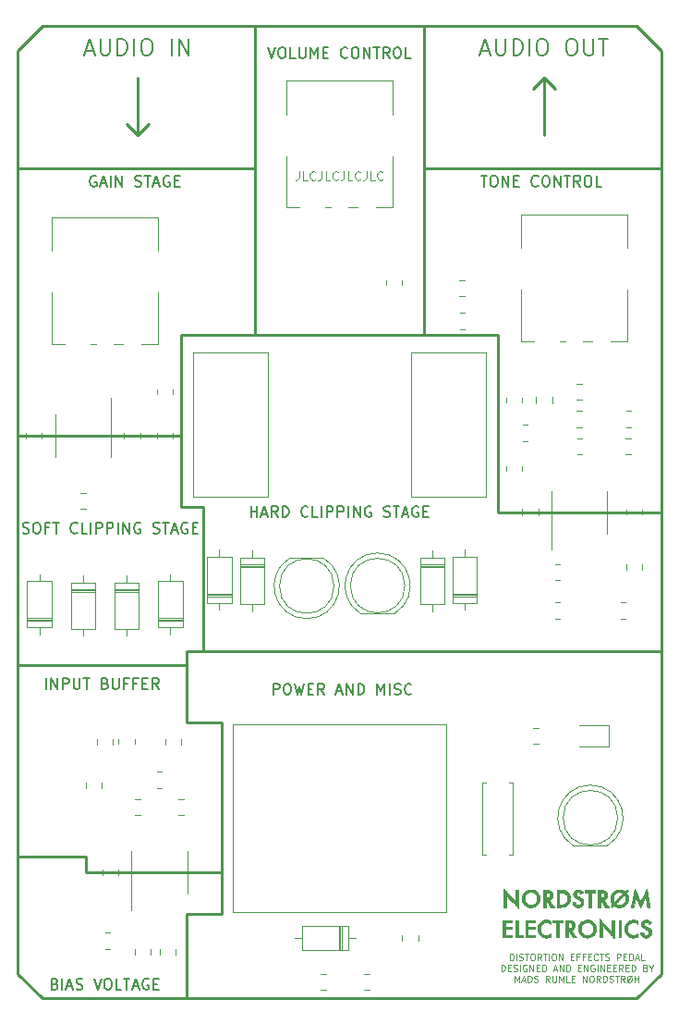
<source format=gbr>
%TF.GenerationSoftware,KiCad,Pcbnew,(5.1.10-1-10_14)*%
%TF.CreationDate,2021-10-01T16:43:39+02:00*%
%TF.ProjectId,Guitarpedal,47756974-6172-4706-9564-616c2e6b6963,rev?*%
%TF.SameCoordinates,Original*%
%TF.FileFunction,Legend,Top*%
%TF.FilePolarity,Positive*%
%FSLAX46Y46*%
G04 Gerber Fmt 4.6, Leading zero omitted, Abs format (unit mm)*
G04 Created by KiCad (PCBNEW (5.1.10-1-10_14)) date 2021-10-01 16:43:39*
%MOMM*%
%LPD*%
G01*
G04 APERTURE LIST*
%ADD10C,0.250000*%
%ADD11C,0.100000*%
%ADD12C,0.200000*%
%ADD13C,0.150000*%
%ADD14C,0.120000*%
%ADD15C,0.010000*%
G04 APERTURE END LIST*
D10*
X6750000Y13500000D02*
X500000Y13500000D01*
X6750000Y12000000D02*
X6750000Y13500000D01*
X59500000Y87250000D02*
X59500000Y77500000D01*
X57250000Y89500000D02*
X59500000Y87250000D01*
X2750000Y89500000D02*
X57250000Y89500000D01*
X500000Y87250000D02*
X2750000Y89500000D01*
X500000Y77500000D02*
X500000Y87250000D01*
X57250000Y500000D02*
X59500000Y2750000D01*
X500000Y2750000D02*
X2750000Y500000D01*
D11*
X45621428Y3978571D02*
X45621428Y4578571D01*
X45764285Y4578571D01*
X45850000Y4550000D01*
X45907142Y4492857D01*
X45935714Y4435714D01*
X45964285Y4321428D01*
X45964285Y4235714D01*
X45935714Y4121428D01*
X45907142Y4064285D01*
X45850000Y4007142D01*
X45764285Y3978571D01*
X45621428Y3978571D01*
X46221428Y3978571D02*
X46221428Y4578571D01*
X46478571Y4007142D02*
X46564285Y3978571D01*
X46707142Y3978571D01*
X46764285Y4007142D01*
X46792857Y4035714D01*
X46821428Y4092857D01*
X46821428Y4150000D01*
X46792857Y4207142D01*
X46764285Y4235714D01*
X46707142Y4264285D01*
X46592857Y4292857D01*
X46535714Y4321428D01*
X46507142Y4350000D01*
X46478571Y4407142D01*
X46478571Y4464285D01*
X46507142Y4521428D01*
X46535714Y4550000D01*
X46592857Y4578571D01*
X46735714Y4578571D01*
X46821428Y4550000D01*
X46992857Y4578571D02*
X47335714Y4578571D01*
X47164285Y3978571D02*
X47164285Y4578571D01*
X47650000Y4578571D02*
X47764285Y4578571D01*
X47821428Y4550000D01*
X47878571Y4492857D01*
X47907142Y4378571D01*
X47907142Y4178571D01*
X47878571Y4064285D01*
X47821428Y4007142D01*
X47764285Y3978571D01*
X47650000Y3978571D01*
X47592857Y4007142D01*
X47535714Y4064285D01*
X47507142Y4178571D01*
X47507142Y4378571D01*
X47535714Y4492857D01*
X47592857Y4550000D01*
X47650000Y4578571D01*
X48507142Y3978571D02*
X48307142Y4264285D01*
X48164285Y3978571D02*
X48164285Y4578571D01*
X48392857Y4578571D01*
X48450000Y4550000D01*
X48478571Y4521428D01*
X48507142Y4464285D01*
X48507142Y4378571D01*
X48478571Y4321428D01*
X48450000Y4292857D01*
X48392857Y4264285D01*
X48164285Y4264285D01*
X48678571Y4578571D02*
X49021428Y4578571D01*
X48850000Y3978571D02*
X48850000Y4578571D01*
X49221428Y3978571D02*
X49221428Y4578571D01*
X49621428Y4578571D02*
X49735714Y4578571D01*
X49792857Y4550000D01*
X49850000Y4492857D01*
X49878571Y4378571D01*
X49878571Y4178571D01*
X49850000Y4064285D01*
X49792857Y4007142D01*
X49735714Y3978571D01*
X49621428Y3978571D01*
X49564285Y4007142D01*
X49507142Y4064285D01*
X49478571Y4178571D01*
X49478571Y4378571D01*
X49507142Y4492857D01*
X49564285Y4550000D01*
X49621428Y4578571D01*
X50135714Y3978571D02*
X50135714Y4578571D01*
X50478571Y3978571D01*
X50478571Y4578571D01*
X51221428Y4292857D02*
X51421428Y4292857D01*
X51507142Y3978571D02*
X51221428Y3978571D01*
X51221428Y4578571D01*
X51507142Y4578571D01*
X51964285Y4292857D02*
X51764285Y4292857D01*
X51764285Y3978571D02*
X51764285Y4578571D01*
X52049999Y4578571D01*
X52478571Y4292857D02*
X52278571Y4292857D01*
X52278571Y3978571D02*
X52278571Y4578571D01*
X52564285Y4578571D01*
X52792857Y4292857D02*
X52992857Y4292857D01*
X53078571Y3978571D02*
X52792857Y3978571D01*
X52792857Y4578571D01*
X53078571Y4578571D01*
X53678571Y4035714D02*
X53650000Y4007142D01*
X53564285Y3978571D01*
X53507142Y3978571D01*
X53421428Y4007142D01*
X53364285Y4064285D01*
X53335714Y4121428D01*
X53307142Y4235714D01*
X53307142Y4321428D01*
X53335714Y4435714D01*
X53364285Y4492857D01*
X53421428Y4550000D01*
X53507142Y4578571D01*
X53564285Y4578571D01*
X53650000Y4550000D01*
X53678571Y4521428D01*
X53850000Y4578571D02*
X54192857Y4578571D01*
X54021428Y3978571D02*
X54021428Y4578571D01*
X54364285Y4007142D02*
X54450000Y3978571D01*
X54592857Y3978571D01*
X54650000Y4007142D01*
X54678571Y4035714D01*
X54707142Y4092857D01*
X54707142Y4150000D01*
X54678571Y4207142D01*
X54650000Y4235714D01*
X54592857Y4264285D01*
X54478571Y4292857D01*
X54421428Y4321428D01*
X54392857Y4350000D01*
X54364285Y4407142D01*
X54364285Y4464285D01*
X54392857Y4521428D01*
X54421428Y4550000D01*
X54478571Y4578571D01*
X54621428Y4578571D01*
X54707142Y4550000D01*
X55421428Y3978571D02*
X55421428Y4578571D01*
X55649999Y4578571D01*
X55707142Y4550000D01*
X55735714Y4521428D01*
X55764285Y4464285D01*
X55764285Y4378571D01*
X55735714Y4321428D01*
X55707142Y4292857D01*
X55649999Y4264285D01*
X55421428Y4264285D01*
X56021428Y4292857D02*
X56221428Y4292857D01*
X56307142Y3978571D02*
X56021428Y3978571D01*
X56021428Y4578571D01*
X56307142Y4578571D01*
X56564285Y3978571D02*
X56564285Y4578571D01*
X56707142Y4578571D01*
X56792857Y4550000D01*
X56850000Y4492857D01*
X56878571Y4435714D01*
X56907142Y4321428D01*
X56907142Y4235714D01*
X56878571Y4121428D01*
X56850000Y4064285D01*
X56792857Y4007142D01*
X56707142Y3978571D01*
X56564285Y3978571D01*
X57135714Y4150000D02*
X57421428Y4150000D01*
X57078571Y3978571D02*
X57278571Y4578571D01*
X57478571Y3978571D01*
X57964285Y3978571D02*
X57678571Y3978571D01*
X57678571Y4578571D01*
X44835714Y2978571D02*
X44835714Y3578571D01*
X44978571Y3578571D01*
X45064285Y3550000D01*
X45121428Y3492857D01*
X45150000Y3435714D01*
X45178571Y3321428D01*
X45178571Y3235714D01*
X45150000Y3121428D01*
X45121428Y3064285D01*
X45064285Y3007142D01*
X44978571Y2978571D01*
X44835714Y2978571D01*
X45435714Y3292857D02*
X45635714Y3292857D01*
X45721428Y2978571D02*
X45435714Y2978571D01*
X45435714Y3578571D01*
X45721428Y3578571D01*
X45950000Y3007142D02*
X46035714Y2978571D01*
X46178571Y2978571D01*
X46235714Y3007142D01*
X46264285Y3035714D01*
X46292857Y3092857D01*
X46292857Y3150000D01*
X46264285Y3207142D01*
X46235714Y3235714D01*
X46178571Y3264285D01*
X46064285Y3292857D01*
X46007142Y3321428D01*
X45978571Y3350000D01*
X45950000Y3407142D01*
X45950000Y3464285D01*
X45978571Y3521428D01*
X46007142Y3550000D01*
X46064285Y3578571D01*
X46207142Y3578571D01*
X46292857Y3550000D01*
X46550000Y2978571D02*
X46550000Y3578571D01*
X47150000Y3550000D02*
X47092857Y3578571D01*
X47007142Y3578571D01*
X46921428Y3550000D01*
X46864285Y3492857D01*
X46835714Y3435714D01*
X46807142Y3321428D01*
X46807142Y3235714D01*
X46835714Y3121428D01*
X46864285Y3064285D01*
X46921428Y3007142D01*
X47007142Y2978571D01*
X47064285Y2978571D01*
X47150000Y3007142D01*
X47178571Y3035714D01*
X47178571Y3235714D01*
X47064285Y3235714D01*
X47435714Y2978571D02*
X47435714Y3578571D01*
X47778571Y2978571D01*
X47778571Y3578571D01*
X48064285Y3292857D02*
X48264285Y3292857D01*
X48350000Y2978571D02*
X48064285Y2978571D01*
X48064285Y3578571D01*
X48350000Y3578571D01*
X48607142Y2978571D02*
X48607142Y3578571D01*
X48750000Y3578571D01*
X48835714Y3550000D01*
X48892857Y3492857D01*
X48921428Y3435714D01*
X48950000Y3321428D01*
X48950000Y3235714D01*
X48921428Y3121428D01*
X48892857Y3064285D01*
X48835714Y3007142D01*
X48750000Y2978571D01*
X48607142Y2978571D01*
X49635714Y3150000D02*
X49921428Y3150000D01*
X49578571Y2978571D02*
X49778571Y3578571D01*
X49978571Y2978571D01*
X50178571Y2978571D02*
X50178571Y3578571D01*
X50521428Y2978571D01*
X50521428Y3578571D01*
X50807142Y2978571D02*
X50807142Y3578571D01*
X50950000Y3578571D01*
X51035714Y3550000D01*
X51092857Y3492857D01*
X51121428Y3435714D01*
X51150000Y3321428D01*
X51150000Y3235714D01*
X51121428Y3121428D01*
X51092857Y3064285D01*
X51035714Y3007142D01*
X50950000Y2978571D01*
X50807142Y2978571D01*
X51864285Y3292857D02*
X52064285Y3292857D01*
X52150000Y2978571D02*
X51864285Y2978571D01*
X51864285Y3578571D01*
X52150000Y3578571D01*
X52407142Y2978571D02*
X52407142Y3578571D01*
X52750000Y2978571D01*
X52750000Y3578571D01*
X53350000Y3550000D02*
X53292857Y3578571D01*
X53207142Y3578571D01*
X53121428Y3550000D01*
X53064285Y3492857D01*
X53035714Y3435714D01*
X53007142Y3321428D01*
X53007142Y3235714D01*
X53035714Y3121428D01*
X53064285Y3064285D01*
X53121428Y3007142D01*
X53207142Y2978571D01*
X53264285Y2978571D01*
X53350000Y3007142D01*
X53378571Y3035714D01*
X53378571Y3235714D01*
X53264285Y3235714D01*
X53635714Y2978571D02*
X53635714Y3578571D01*
X53921428Y2978571D02*
X53921428Y3578571D01*
X54264285Y2978571D01*
X54264285Y3578571D01*
X54550000Y3292857D02*
X54750000Y3292857D01*
X54835714Y2978571D02*
X54550000Y2978571D01*
X54550000Y3578571D01*
X54835714Y3578571D01*
X55092857Y3292857D02*
X55292857Y3292857D01*
X55378571Y2978571D02*
X55092857Y2978571D01*
X55092857Y3578571D01*
X55378571Y3578571D01*
X55978571Y2978571D02*
X55778571Y3264285D01*
X55635714Y2978571D02*
X55635714Y3578571D01*
X55864285Y3578571D01*
X55921428Y3550000D01*
X55950000Y3521428D01*
X55978571Y3464285D01*
X55978571Y3378571D01*
X55950000Y3321428D01*
X55921428Y3292857D01*
X55864285Y3264285D01*
X55635714Y3264285D01*
X56235714Y3292857D02*
X56435714Y3292857D01*
X56521428Y2978571D02*
X56235714Y2978571D01*
X56235714Y3578571D01*
X56521428Y3578571D01*
X56778571Y2978571D02*
X56778571Y3578571D01*
X56921428Y3578571D01*
X57007142Y3550000D01*
X57064285Y3492857D01*
X57092857Y3435714D01*
X57121428Y3321428D01*
X57121428Y3235714D01*
X57092857Y3121428D01*
X57064285Y3064285D01*
X57007142Y3007142D01*
X56921428Y2978571D01*
X56778571Y2978571D01*
X58035714Y3292857D02*
X58121428Y3264285D01*
X58150000Y3235714D01*
X58178571Y3178571D01*
X58178571Y3092857D01*
X58150000Y3035714D01*
X58121428Y3007142D01*
X58064285Y2978571D01*
X57835714Y2978571D01*
X57835714Y3578571D01*
X58035714Y3578571D01*
X58092857Y3550000D01*
X58121428Y3521428D01*
X58150000Y3464285D01*
X58150000Y3407142D01*
X58121428Y3350000D01*
X58092857Y3321428D01*
X58035714Y3292857D01*
X57835714Y3292857D01*
X58550000Y3264285D02*
X58550000Y2978571D01*
X58350000Y3578571D02*
X58550000Y3264285D01*
X58750000Y3578571D01*
X46078571Y1978571D02*
X46078571Y2578571D01*
X46278571Y2150000D01*
X46478571Y2578571D01*
X46478571Y1978571D01*
X46735714Y2150000D02*
X47021428Y2150000D01*
X46678571Y1978571D02*
X46878571Y2578571D01*
X47078571Y1978571D01*
X47278571Y1978571D02*
X47278571Y2578571D01*
X47421428Y2578571D01*
X47507142Y2550000D01*
X47564285Y2492857D01*
X47592857Y2435714D01*
X47621428Y2321428D01*
X47621428Y2235714D01*
X47592857Y2121428D01*
X47564285Y2064285D01*
X47507142Y2007142D01*
X47421428Y1978571D01*
X47278571Y1978571D01*
X47850000Y2007142D02*
X47935714Y1978571D01*
X48078571Y1978571D01*
X48135714Y2007142D01*
X48164285Y2035714D01*
X48192857Y2092857D01*
X48192857Y2150000D01*
X48164285Y2207142D01*
X48135714Y2235714D01*
X48078571Y2264285D01*
X47964285Y2292857D01*
X47907142Y2321428D01*
X47878571Y2350000D01*
X47850000Y2407142D01*
X47850000Y2464285D01*
X47878571Y2521428D01*
X47907142Y2550000D01*
X47964285Y2578571D01*
X48107142Y2578571D01*
X48192857Y2550000D01*
X49250000Y1978571D02*
X49050000Y2264285D01*
X48907142Y1978571D02*
X48907142Y2578571D01*
X49135714Y2578571D01*
X49192857Y2550000D01*
X49221428Y2521428D01*
X49250000Y2464285D01*
X49250000Y2378571D01*
X49221428Y2321428D01*
X49192857Y2292857D01*
X49135714Y2264285D01*
X48907142Y2264285D01*
X49507142Y2578571D02*
X49507142Y2092857D01*
X49535714Y2035714D01*
X49564285Y2007142D01*
X49621428Y1978571D01*
X49735714Y1978571D01*
X49792857Y2007142D01*
X49821428Y2035714D01*
X49850000Y2092857D01*
X49850000Y2578571D01*
X50135714Y1978571D02*
X50135714Y2578571D01*
X50335714Y2150000D01*
X50535714Y2578571D01*
X50535714Y1978571D01*
X51107142Y1978571D02*
X50821428Y1978571D01*
X50821428Y2578571D01*
X51307142Y2292857D02*
X51507142Y2292857D01*
X51592857Y1978571D02*
X51307142Y1978571D01*
X51307142Y2578571D01*
X51592857Y2578571D01*
X52307142Y1978571D02*
X52307142Y2578571D01*
X52650000Y1978571D01*
X52650000Y2578571D01*
X53050000Y2578571D02*
X53164285Y2578571D01*
X53221428Y2550000D01*
X53278571Y2492857D01*
X53307142Y2378571D01*
X53307142Y2178571D01*
X53278571Y2064285D01*
X53221428Y2007142D01*
X53164285Y1978571D01*
X53050000Y1978571D01*
X52992857Y2007142D01*
X52935714Y2064285D01*
X52907142Y2178571D01*
X52907142Y2378571D01*
X52935714Y2492857D01*
X52992857Y2550000D01*
X53050000Y2578571D01*
X53907142Y1978571D02*
X53707142Y2264285D01*
X53564285Y1978571D02*
X53564285Y2578571D01*
X53792857Y2578571D01*
X53850000Y2550000D01*
X53878571Y2521428D01*
X53907142Y2464285D01*
X53907142Y2378571D01*
X53878571Y2321428D01*
X53850000Y2292857D01*
X53792857Y2264285D01*
X53564285Y2264285D01*
X54164285Y1978571D02*
X54164285Y2578571D01*
X54307142Y2578571D01*
X54392857Y2550000D01*
X54450000Y2492857D01*
X54478571Y2435714D01*
X54507142Y2321428D01*
X54507142Y2235714D01*
X54478571Y2121428D01*
X54450000Y2064285D01*
X54392857Y2007142D01*
X54307142Y1978571D01*
X54164285Y1978571D01*
X54735714Y2007142D02*
X54821428Y1978571D01*
X54964285Y1978571D01*
X55021428Y2007142D01*
X55050000Y2035714D01*
X55078571Y2092857D01*
X55078571Y2150000D01*
X55050000Y2207142D01*
X55021428Y2235714D01*
X54964285Y2264285D01*
X54850000Y2292857D01*
X54792857Y2321428D01*
X54764285Y2350000D01*
X54735714Y2407142D01*
X54735714Y2464285D01*
X54764285Y2521428D01*
X54792857Y2550000D01*
X54850000Y2578571D01*
X54992857Y2578571D01*
X55078571Y2550000D01*
X55249999Y2578571D02*
X55592857Y2578571D01*
X55421428Y1978571D02*
X55421428Y2578571D01*
X56135714Y1978571D02*
X55935714Y2264285D01*
X55792857Y1978571D02*
X55792857Y2578571D01*
X56021428Y2578571D01*
X56078571Y2550000D01*
X56107142Y2521428D01*
X56135714Y2464285D01*
X56135714Y2378571D01*
X56107142Y2321428D01*
X56078571Y2292857D01*
X56021428Y2264285D01*
X55792857Y2264285D01*
X56792857Y2578571D02*
X56335714Y1978571D01*
X56507142Y1978571D02*
X56449999Y2007142D01*
X56392857Y2064285D01*
X56364285Y2178571D01*
X56364285Y2378571D01*
X56392857Y2492857D01*
X56449999Y2550000D01*
X56507142Y2578571D01*
X56621428Y2578571D01*
X56678571Y2550000D01*
X56735714Y2492857D01*
X56764285Y2378571D01*
X56764285Y2178571D01*
X56735714Y2064285D01*
X56678571Y2007142D01*
X56621428Y1978571D01*
X56507142Y1978571D01*
X57021428Y1978571D02*
X57021428Y2578571D01*
X57221428Y2150000D01*
X57421428Y2578571D01*
X57421428Y1978571D01*
D10*
X37750000Y89500000D02*
X37750000Y77500000D01*
X22250000Y77500000D02*
X22250000Y89500000D01*
X22250000Y76500000D02*
X500000Y76500000D01*
D11*
X26304761Y76188095D02*
X26304761Y75616666D01*
X26266666Y75502380D01*
X26190476Y75426190D01*
X26076190Y75388095D01*
X26000000Y75388095D01*
X27066666Y75388095D02*
X26685714Y75388095D01*
X26685714Y76188095D01*
X27790476Y75464285D02*
X27752380Y75426190D01*
X27638095Y75388095D01*
X27561904Y75388095D01*
X27447619Y75426190D01*
X27371428Y75502380D01*
X27333333Y75578571D01*
X27295238Y75730952D01*
X27295238Y75845238D01*
X27333333Y75997619D01*
X27371428Y76073809D01*
X27447619Y76150000D01*
X27561904Y76188095D01*
X27638095Y76188095D01*
X27752380Y76150000D01*
X27790476Y76111904D01*
X28361904Y76188095D02*
X28361904Y75616666D01*
X28323809Y75502380D01*
X28247619Y75426190D01*
X28133333Y75388095D01*
X28057142Y75388095D01*
X29123809Y75388095D02*
X28742857Y75388095D01*
X28742857Y76188095D01*
X29847619Y75464285D02*
X29809523Y75426190D01*
X29695238Y75388095D01*
X29619047Y75388095D01*
X29504761Y75426190D01*
X29428571Y75502380D01*
X29390476Y75578571D01*
X29352380Y75730952D01*
X29352380Y75845238D01*
X29390476Y75997619D01*
X29428571Y76073809D01*
X29504761Y76150000D01*
X29619047Y76188095D01*
X29695238Y76188095D01*
X29809523Y76150000D01*
X29847619Y76111904D01*
X30419047Y76188095D02*
X30419047Y75616666D01*
X30380952Y75502380D01*
X30304761Y75426190D01*
X30190476Y75388095D01*
X30114285Y75388095D01*
X31180952Y75388095D02*
X30800000Y75388095D01*
X30800000Y76188095D01*
X31904761Y75464285D02*
X31866666Y75426190D01*
X31752380Y75388095D01*
X31676190Y75388095D01*
X31561904Y75426190D01*
X31485714Y75502380D01*
X31447619Y75578571D01*
X31409523Y75730952D01*
X31409523Y75845238D01*
X31447619Y75997619D01*
X31485714Y76073809D01*
X31561904Y76150000D01*
X31676190Y76188095D01*
X31752380Y76188095D01*
X31866666Y76150000D01*
X31904761Y76111904D01*
X32476190Y76188095D02*
X32476190Y75616666D01*
X32438095Y75502380D01*
X32361904Y75426190D01*
X32247619Y75388095D01*
X32171428Y75388095D01*
X33238095Y75388095D02*
X32857142Y75388095D01*
X32857142Y76188095D01*
X33961904Y75464285D02*
X33923809Y75426190D01*
X33809523Y75388095D01*
X33733333Y75388095D01*
X33619047Y75426190D01*
X33542857Y75502380D01*
X33504761Y75578571D01*
X33466666Y75730952D01*
X33466666Y75845238D01*
X33504761Y75997619D01*
X33542857Y76073809D01*
X33619047Y76150000D01*
X33733333Y76188095D01*
X33809523Y76188095D01*
X33923809Y76150000D01*
X33961904Y76111904D01*
D10*
X11500000Y84750000D02*
X11500000Y79500000D01*
X11500000Y79500000D02*
X10500000Y80500000D01*
X11500000Y79500000D02*
X12500000Y80500000D01*
X48750000Y84750000D02*
X49750000Y83750000D01*
X48750000Y84750000D02*
X47750000Y83750000D01*
X48750000Y79500000D02*
X48750000Y84750000D01*
D12*
X43000000Y87250000D02*
X43714285Y87250000D01*
X42857142Y86821428D02*
X43357142Y88321428D01*
X43857142Y86821428D01*
X44357142Y88321428D02*
X44357142Y87107142D01*
X44428571Y86964285D01*
X44500000Y86892857D01*
X44642857Y86821428D01*
X44928571Y86821428D01*
X45071428Y86892857D01*
X45142857Y86964285D01*
X45214285Y87107142D01*
X45214285Y88321428D01*
X45928571Y86821428D02*
X45928571Y88321428D01*
X46285714Y88321428D01*
X46500000Y88250000D01*
X46642857Y88107142D01*
X46714285Y87964285D01*
X46785714Y87678571D01*
X46785714Y87464285D01*
X46714285Y87178571D01*
X46642857Y87035714D01*
X46500000Y86892857D01*
X46285714Y86821428D01*
X45928571Y86821428D01*
X47428571Y86821428D02*
X47428571Y88321428D01*
X48428571Y88321428D02*
X48714285Y88321428D01*
X48857142Y88250000D01*
X49000000Y88107142D01*
X49071428Y87821428D01*
X49071428Y87321428D01*
X49000000Y87035714D01*
X48857142Y86892857D01*
X48714285Y86821428D01*
X48428571Y86821428D01*
X48285714Y86892857D01*
X48142857Y87035714D01*
X48071428Y87321428D01*
X48071428Y87821428D01*
X48142857Y88107142D01*
X48285714Y88250000D01*
X48428571Y88321428D01*
X51142857Y88321428D02*
X51428571Y88321428D01*
X51571428Y88250000D01*
X51714285Y88107142D01*
X51785714Y87821428D01*
X51785714Y87321428D01*
X51714285Y87035714D01*
X51571428Y86892857D01*
X51428571Y86821428D01*
X51142857Y86821428D01*
X51000000Y86892857D01*
X50857142Y87035714D01*
X50785714Y87321428D01*
X50785714Y87821428D01*
X50857142Y88107142D01*
X51000000Y88250000D01*
X51142857Y88321428D01*
X52428571Y88321428D02*
X52428571Y87107142D01*
X52500000Y86964285D01*
X52571428Y86892857D01*
X52714285Y86821428D01*
X53000000Y86821428D01*
X53142857Y86892857D01*
X53214285Y86964285D01*
X53285714Y87107142D01*
X53285714Y88321428D01*
X53785714Y88321428D02*
X54642857Y88321428D01*
X54214285Y86821428D02*
X54214285Y88321428D01*
X6750000Y87250000D02*
X7464285Y87250000D01*
X6607142Y86821428D02*
X7107142Y88321428D01*
X7607142Y86821428D01*
X8107142Y88321428D02*
X8107142Y87107142D01*
X8178571Y86964285D01*
X8250000Y86892857D01*
X8392857Y86821428D01*
X8678571Y86821428D01*
X8821428Y86892857D01*
X8892857Y86964285D01*
X8964285Y87107142D01*
X8964285Y88321428D01*
X9678571Y86821428D02*
X9678571Y88321428D01*
X10035714Y88321428D01*
X10250000Y88250000D01*
X10392857Y88107142D01*
X10464285Y87964285D01*
X10535714Y87678571D01*
X10535714Y87464285D01*
X10464285Y87178571D01*
X10392857Y87035714D01*
X10250000Y86892857D01*
X10035714Y86821428D01*
X9678571Y86821428D01*
X11178571Y86821428D02*
X11178571Y88321428D01*
X12178571Y88321428D02*
X12464285Y88321428D01*
X12607142Y88250000D01*
X12750000Y88107142D01*
X12821428Y87821428D01*
X12821428Y87321428D01*
X12750000Y87035714D01*
X12607142Y86892857D01*
X12464285Y86821428D01*
X12178571Y86821428D01*
X12035714Y86892857D01*
X11892857Y87035714D01*
X11821428Y87321428D01*
X11821428Y87821428D01*
X11892857Y88107142D01*
X12035714Y88250000D01*
X12178571Y88321428D01*
X14607142Y86821428D02*
X14607142Y88321428D01*
X15321428Y86821428D02*
X15321428Y88321428D01*
X16178571Y86821428D01*
X16178571Y88321428D01*
D10*
X16000000Y8250000D02*
X16000000Y500000D01*
X19250000Y8250000D02*
X16000000Y8250000D01*
X19250000Y12000000D02*
X19250000Y8250000D01*
X19250000Y25750000D02*
X19250000Y12000000D01*
X16000000Y25750000D02*
X19250000Y25750000D01*
X16000000Y32250000D02*
X16000000Y25750000D01*
X22250000Y77500000D02*
X22250000Y61250000D01*
X15500000Y52000000D02*
X15500000Y61250000D01*
D13*
X23940476Y28297619D02*
X23940476Y29297619D01*
X24321428Y29297619D01*
X24416666Y29250000D01*
X24464285Y29202380D01*
X24511904Y29107142D01*
X24511904Y28964285D01*
X24464285Y28869047D01*
X24416666Y28821428D01*
X24321428Y28773809D01*
X23940476Y28773809D01*
X25130952Y29297619D02*
X25321428Y29297619D01*
X25416666Y29250000D01*
X25511904Y29154761D01*
X25559523Y28964285D01*
X25559523Y28630952D01*
X25511904Y28440476D01*
X25416666Y28345238D01*
X25321428Y28297619D01*
X25130952Y28297619D01*
X25035714Y28345238D01*
X24940476Y28440476D01*
X24892857Y28630952D01*
X24892857Y28964285D01*
X24940476Y29154761D01*
X25035714Y29250000D01*
X25130952Y29297619D01*
X25892857Y29297619D02*
X26130952Y28297619D01*
X26321428Y29011904D01*
X26511904Y28297619D01*
X26750000Y29297619D01*
X27130952Y28821428D02*
X27464285Y28821428D01*
X27607142Y28297619D02*
X27130952Y28297619D01*
X27130952Y29297619D01*
X27607142Y29297619D01*
X28607142Y28297619D02*
X28273809Y28773809D01*
X28035714Y28297619D02*
X28035714Y29297619D01*
X28416666Y29297619D01*
X28511904Y29250000D01*
X28559523Y29202380D01*
X28607142Y29107142D01*
X28607142Y28964285D01*
X28559523Y28869047D01*
X28511904Y28821428D01*
X28416666Y28773809D01*
X28035714Y28773809D01*
X29750000Y28583333D02*
X30226190Y28583333D01*
X29654761Y28297619D02*
X29988095Y29297619D01*
X30321428Y28297619D01*
X30654761Y28297619D02*
X30654761Y29297619D01*
X31226190Y28297619D01*
X31226190Y29297619D01*
X31702380Y28297619D02*
X31702380Y29297619D01*
X31940476Y29297619D01*
X32083333Y29250000D01*
X32178571Y29154761D01*
X32226190Y29059523D01*
X32273809Y28869047D01*
X32273809Y28726190D01*
X32226190Y28535714D01*
X32178571Y28440476D01*
X32083333Y28345238D01*
X31940476Y28297619D01*
X31702380Y28297619D01*
X33464285Y28297619D02*
X33464285Y29297619D01*
X33797619Y28583333D01*
X34130952Y29297619D01*
X34130952Y28297619D01*
X34607142Y28297619D02*
X34607142Y29297619D01*
X35035714Y28345238D02*
X35178571Y28297619D01*
X35416666Y28297619D01*
X35511904Y28345238D01*
X35559523Y28392857D01*
X35607142Y28488095D01*
X35607142Y28583333D01*
X35559523Y28678571D01*
X35511904Y28726190D01*
X35416666Y28773809D01*
X35226190Y28821428D01*
X35130952Y28869047D01*
X35083333Y28916666D01*
X35035714Y29011904D01*
X35035714Y29107142D01*
X35083333Y29202380D01*
X35130952Y29250000D01*
X35226190Y29297619D01*
X35464285Y29297619D01*
X35607142Y29250000D01*
X36607142Y28392857D02*
X36559523Y28345238D01*
X36416666Y28297619D01*
X36321428Y28297619D01*
X36178571Y28345238D01*
X36083333Y28440476D01*
X36035714Y28535714D01*
X35988095Y28726190D01*
X35988095Y28869047D01*
X36035714Y29059523D01*
X36083333Y29154761D01*
X36178571Y29250000D01*
X36321428Y29297619D01*
X36416666Y29297619D01*
X36559523Y29250000D01*
X36607142Y29202380D01*
D10*
X19250000Y500000D02*
X57250000Y500000D01*
X59500000Y2750000D02*
X59500000Y31000000D01*
D13*
X21880952Y44547619D02*
X21880952Y45547619D01*
X21880952Y45071428D02*
X22452380Y45071428D01*
X22452380Y44547619D02*
X22452380Y45547619D01*
X22880952Y44833333D02*
X23357142Y44833333D01*
X22785714Y44547619D02*
X23119047Y45547619D01*
X23452380Y44547619D01*
X24357142Y44547619D02*
X24023809Y45023809D01*
X23785714Y44547619D02*
X23785714Y45547619D01*
X24166666Y45547619D01*
X24261904Y45500000D01*
X24309523Y45452380D01*
X24357142Y45357142D01*
X24357142Y45214285D01*
X24309523Y45119047D01*
X24261904Y45071428D01*
X24166666Y45023809D01*
X23785714Y45023809D01*
X24785714Y44547619D02*
X24785714Y45547619D01*
X25023809Y45547619D01*
X25166666Y45500000D01*
X25261904Y45404761D01*
X25309523Y45309523D01*
X25357142Y45119047D01*
X25357142Y44976190D01*
X25309523Y44785714D01*
X25261904Y44690476D01*
X25166666Y44595238D01*
X25023809Y44547619D01*
X24785714Y44547619D01*
X27119047Y44642857D02*
X27071428Y44595238D01*
X26928571Y44547619D01*
X26833333Y44547619D01*
X26690476Y44595238D01*
X26595238Y44690476D01*
X26547619Y44785714D01*
X26500000Y44976190D01*
X26500000Y45119047D01*
X26547619Y45309523D01*
X26595238Y45404761D01*
X26690476Y45500000D01*
X26833333Y45547619D01*
X26928571Y45547619D01*
X27071428Y45500000D01*
X27119047Y45452380D01*
X28023809Y44547619D02*
X27547619Y44547619D01*
X27547619Y45547619D01*
X28357142Y44547619D02*
X28357142Y45547619D01*
X28833333Y44547619D02*
X28833333Y45547619D01*
X29214285Y45547619D01*
X29309523Y45500000D01*
X29357142Y45452380D01*
X29404761Y45357142D01*
X29404761Y45214285D01*
X29357142Y45119047D01*
X29309523Y45071428D01*
X29214285Y45023809D01*
X28833333Y45023809D01*
X29833333Y44547619D02*
X29833333Y45547619D01*
X30214285Y45547619D01*
X30309523Y45500000D01*
X30357142Y45452380D01*
X30404761Y45357142D01*
X30404761Y45214285D01*
X30357142Y45119047D01*
X30309523Y45071428D01*
X30214285Y45023809D01*
X29833333Y45023809D01*
X30833333Y44547619D02*
X30833333Y45547619D01*
X31309523Y44547619D02*
X31309523Y45547619D01*
X31880952Y44547619D01*
X31880952Y45547619D01*
X32880952Y45500000D02*
X32785714Y45547619D01*
X32642857Y45547619D01*
X32499999Y45500000D01*
X32404761Y45404761D01*
X32357142Y45309523D01*
X32309523Y45119047D01*
X32309523Y44976190D01*
X32357142Y44785714D01*
X32404761Y44690476D01*
X32499999Y44595238D01*
X32642857Y44547619D01*
X32738095Y44547619D01*
X32880952Y44595238D01*
X32928571Y44642857D01*
X32928571Y44976190D01*
X32738095Y44976190D01*
X34071428Y44595238D02*
X34214285Y44547619D01*
X34452380Y44547619D01*
X34547619Y44595238D01*
X34595238Y44642857D01*
X34642857Y44738095D01*
X34642857Y44833333D01*
X34595238Y44928571D01*
X34547619Y44976190D01*
X34452380Y45023809D01*
X34261904Y45071428D01*
X34166666Y45119047D01*
X34119047Y45166666D01*
X34071428Y45261904D01*
X34071428Y45357142D01*
X34119047Y45452380D01*
X34166666Y45500000D01*
X34261904Y45547619D01*
X34500000Y45547619D01*
X34642857Y45500000D01*
X34928571Y45547619D02*
X35499999Y45547619D01*
X35214285Y44547619D02*
X35214285Y45547619D01*
X35785714Y44833333D02*
X36261904Y44833333D01*
X35690476Y44547619D02*
X36023809Y45547619D01*
X36357142Y44547619D01*
X37214285Y45500000D02*
X37119047Y45547619D01*
X36976190Y45547619D01*
X36833333Y45500000D01*
X36738095Y45404761D01*
X36690476Y45309523D01*
X36642857Y45119047D01*
X36642857Y44976190D01*
X36690476Y44785714D01*
X36738095Y44690476D01*
X36833333Y44595238D01*
X36976190Y44547619D01*
X37071428Y44547619D01*
X37214285Y44595238D01*
X37261904Y44642857D01*
X37261904Y44976190D01*
X37071428Y44976190D01*
X37690476Y45071428D02*
X38023809Y45071428D01*
X38166666Y44547619D02*
X37690476Y44547619D01*
X37690476Y45547619D01*
X38166666Y45547619D01*
D10*
X59500000Y31000000D02*
X59500000Y45000000D01*
X16000000Y32250000D02*
X59500000Y32250000D01*
D13*
X42976190Y75797619D02*
X43547619Y75797619D01*
X43261904Y74797619D02*
X43261904Y75797619D01*
X44071428Y75797619D02*
X44261904Y75797619D01*
X44357142Y75750000D01*
X44452380Y75654761D01*
X44500000Y75464285D01*
X44500000Y75130952D01*
X44452380Y74940476D01*
X44357142Y74845238D01*
X44261904Y74797619D01*
X44071428Y74797619D01*
X43976190Y74845238D01*
X43880952Y74940476D01*
X43833333Y75130952D01*
X43833333Y75464285D01*
X43880952Y75654761D01*
X43976190Y75750000D01*
X44071428Y75797619D01*
X44928571Y74797619D02*
X44928571Y75797619D01*
X45500000Y74797619D01*
X45500000Y75797619D01*
X45976190Y75321428D02*
X46309523Y75321428D01*
X46452380Y74797619D02*
X45976190Y74797619D01*
X45976190Y75797619D01*
X46452380Y75797619D01*
X48214285Y74892857D02*
X48166666Y74845238D01*
X48023809Y74797619D01*
X47928571Y74797619D01*
X47785714Y74845238D01*
X47690476Y74940476D01*
X47642857Y75035714D01*
X47595238Y75226190D01*
X47595238Y75369047D01*
X47642857Y75559523D01*
X47690476Y75654761D01*
X47785714Y75750000D01*
X47928571Y75797619D01*
X48023809Y75797619D01*
X48166666Y75750000D01*
X48214285Y75702380D01*
X48833333Y75797619D02*
X49023809Y75797619D01*
X49119047Y75750000D01*
X49214285Y75654761D01*
X49261904Y75464285D01*
X49261904Y75130952D01*
X49214285Y74940476D01*
X49119047Y74845238D01*
X49023809Y74797619D01*
X48833333Y74797619D01*
X48738095Y74845238D01*
X48642857Y74940476D01*
X48595238Y75130952D01*
X48595238Y75464285D01*
X48642857Y75654761D01*
X48738095Y75750000D01*
X48833333Y75797619D01*
X49690476Y74797619D02*
X49690476Y75797619D01*
X50261904Y74797619D01*
X50261904Y75797619D01*
X50595238Y75797619D02*
X51166666Y75797619D01*
X50880952Y74797619D02*
X50880952Y75797619D01*
X52071428Y74797619D02*
X51738095Y75273809D01*
X51500000Y74797619D02*
X51500000Y75797619D01*
X51880952Y75797619D01*
X51976190Y75750000D01*
X52023809Y75702380D01*
X52071428Y75607142D01*
X52071428Y75464285D01*
X52023809Y75369047D01*
X51976190Y75321428D01*
X51880952Y75273809D01*
X51500000Y75273809D01*
X52690476Y75797619D02*
X52880952Y75797619D01*
X52976190Y75750000D01*
X53071428Y75654761D01*
X53119047Y75464285D01*
X53119047Y75130952D01*
X53071428Y74940476D01*
X52976190Y74845238D01*
X52880952Y74797619D01*
X52690476Y74797619D01*
X52595238Y74845238D01*
X52500000Y74940476D01*
X52452380Y75130952D01*
X52452380Y75464285D01*
X52500000Y75654761D01*
X52595238Y75750000D01*
X52690476Y75797619D01*
X54023809Y74797619D02*
X53547619Y74797619D01*
X53547619Y75797619D01*
D10*
X44500000Y61250000D02*
X37750000Y61250000D01*
X44500000Y45000000D02*
X44500000Y61250000D01*
X59500000Y45000000D02*
X44500000Y45000000D01*
X59500000Y77500000D02*
X59500000Y45000000D01*
X37750000Y76500000D02*
X59500000Y76500000D01*
D13*
X23452380Y87547619D02*
X23785714Y86547619D01*
X24119047Y87547619D01*
X24642857Y87547619D02*
X24833333Y87547619D01*
X24928571Y87500000D01*
X25023809Y87404761D01*
X25071428Y87214285D01*
X25071428Y86880952D01*
X25023809Y86690476D01*
X24928571Y86595238D01*
X24833333Y86547619D01*
X24642857Y86547619D01*
X24547619Y86595238D01*
X24452380Y86690476D01*
X24404761Y86880952D01*
X24404761Y87214285D01*
X24452380Y87404761D01*
X24547619Y87500000D01*
X24642857Y87547619D01*
X25976190Y86547619D02*
X25499999Y86547619D01*
X25499999Y87547619D01*
X26309523Y87547619D02*
X26309523Y86738095D01*
X26357142Y86642857D01*
X26404761Y86595238D01*
X26499999Y86547619D01*
X26690476Y86547619D01*
X26785714Y86595238D01*
X26833333Y86642857D01*
X26880952Y86738095D01*
X26880952Y87547619D01*
X27357142Y86547619D02*
X27357142Y87547619D01*
X27690476Y86833333D01*
X28023809Y87547619D01*
X28023809Y86547619D01*
X28499999Y87071428D02*
X28833333Y87071428D01*
X28976190Y86547619D02*
X28499999Y86547619D01*
X28499999Y87547619D01*
X28976190Y87547619D01*
X30738095Y86642857D02*
X30690476Y86595238D01*
X30547619Y86547619D01*
X30452380Y86547619D01*
X30309523Y86595238D01*
X30214285Y86690476D01*
X30166666Y86785714D01*
X30119047Y86976190D01*
X30119047Y87119047D01*
X30166666Y87309523D01*
X30214285Y87404761D01*
X30309523Y87500000D01*
X30452380Y87547619D01*
X30547619Y87547619D01*
X30690476Y87500000D01*
X30738095Y87452380D01*
X31357142Y87547619D02*
X31547619Y87547619D01*
X31642857Y87500000D01*
X31738095Y87404761D01*
X31785714Y87214285D01*
X31785714Y86880952D01*
X31738095Y86690476D01*
X31642857Y86595238D01*
X31547619Y86547619D01*
X31357142Y86547619D01*
X31261904Y86595238D01*
X31166666Y86690476D01*
X31119047Y86880952D01*
X31119047Y87214285D01*
X31166666Y87404761D01*
X31261904Y87500000D01*
X31357142Y87547619D01*
X32214285Y86547619D02*
X32214285Y87547619D01*
X32785714Y86547619D01*
X32785714Y87547619D01*
X33119047Y87547619D02*
X33690476Y87547619D01*
X33404761Y86547619D02*
X33404761Y87547619D01*
X34595238Y86547619D02*
X34261904Y87023809D01*
X34023809Y86547619D02*
X34023809Y87547619D01*
X34404761Y87547619D01*
X34500000Y87500000D01*
X34547619Y87452380D01*
X34595238Y87357142D01*
X34595238Y87214285D01*
X34547619Y87119047D01*
X34500000Y87071428D01*
X34404761Y87023809D01*
X34023809Y87023809D01*
X35214285Y87547619D02*
X35404761Y87547619D01*
X35500000Y87500000D01*
X35595238Y87404761D01*
X35642857Y87214285D01*
X35642857Y86880952D01*
X35595238Y86690476D01*
X35500000Y86595238D01*
X35404761Y86547619D01*
X35214285Y86547619D01*
X35119047Y86595238D01*
X35023809Y86690476D01*
X34976190Y86880952D01*
X34976190Y87214285D01*
X35023809Y87404761D01*
X35119047Y87500000D01*
X35214285Y87547619D01*
X36547619Y86547619D02*
X36071428Y86547619D01*
X36071428Y87547619D01*
D10*
X37750000Y61250000D02*
X15500000Y61250000D01*
X37750000Y77500000D02*
X37750000Y61250000D01*
D13*
X3107142Y28797619D02*
X3107142Y29797619D01*
X3583333Y28797619D02*
X3583333Y29797619D01*
X4154761Y28797619D01*
X4154761Y29797619D01*
X4630952Y28797619D02*
X4630952Y29797619D01*
X5011904Y29797619D01*
X5107142Y29750000D01*
X5154761Y29702380D01*
X5202380Y29607142D01*
X5202380Y29464285D01*
X5154761Y29369047D01*
X5107142Y29321428D01*
X5011904Y29273809D01*
X4630952Y29273809D01*
X5630952Y29797619D02*
X5630952Y28988095D01*
X5678571Y28892857D01*
X5726190Y28845238D01*
X5821428Y28797619D01*
X6011904Y28797619D01*
X6107142Y28845238D01*
X6154761Y28892857D01*
X6202380Y28988095D01*
X6202380Y29797619D01*
X6535714Y29797619D02*
X7107142Y29797619D01*
X6821428Y28797619D02*
X6821428Y29797619D01*
X8535714Y29321428D02*
X8678571Y29273809D01*
X8726190Y29226190D01*
X8773809Y29130952D01*
X8773809Y28988095D01*
X8726190Y28892857D01*
X8678571Y28845238D01*
X8583333Y28797619D01*
X8202380Y28797619D01*
X8202380Y29797619D01*
X8535714Y29797619D01*
X8630952Y29750000D01*
X8678571Y29702380D01*
X8726190Y29607142D01*
X8726190Y29511904D01*
X8678571Y29416666D01*
X8630952Y29369047D01*
X8535714Y29321428D01*
X8202380Y29321428D01*
X9202380Y29797619D02*
X9202380Y28988095D01*
X9250000Y28892857D01*
X9297619Y28845238D01*
X9392857Y28797619D01*
X9583333Y28797619D01*
X9678571Y28845238D01*
X9726190Y28892857D01*
X9773809Y28988095D01*
X9773809Y29797619D01*
X10583333Y29321428D02*
X10250000Y29321428D01*
X10250000Y28797619D02*
X10250000Y29797619D01*
X10726190Y29797619D01*
X11440476Y29321428D02*
X11107142Y29321428D01*
X11107142Y28797619D02*
X11107142Y29797619D01*
X11583333Y29797619D01*
X11964285Y29321428D02*
X12297619Y29321428D01*
X12440476Y28797619D02*
X11964285Y28797619D01*
X11964285Y29797619D01*
X12440476Y29797619D01*
X13440476Y28797619D02*
X13107142Y29273809D01*
X12869047Y28797619D02*
X12869047Y29797619D01*
X13250000Y29797619D01*
X13345238Y29750000D01*
X13392857Y29702380D01*
X13440476Y29607142D01*
X13440476Y29464285D01*
X13392857Y29369047D01*
X13345238Y29321428D01*
X13250000Y29273809D01*
X12869047Y29273809D01*
D10*
X500000Y12000000D02*
X500000Y31000000D01*
D13*
X3928571Y1821428D02*
X4071428Y1773809D01*
X4119047Y1726190D01*
X4166666Y1630952D01*
X4166666Y1488095D01*
X4119047Y1392857D01*
X4071428Y1345238D01*
X3976190Y1297619D01*
X3595238Y1297619D01*
X3595238Y2297619D01*
X3928571Y2297619D01*
X4023809Y2250000D01*
X4071428Y2202380D01*
X4119047Y2107142D01*
X4119047Y2011904D01*
X4071428Y1916666D01*
X4023809Y1869047D01*
X3928571Y1821428D01*
X3595238Y1821428D01*
X4595238Y1297619D02*
X4595238Y2297619D01*
X5023809Y1583333D02*
X5500000Y1583333D01*
X4928571Y1297619D02*
X5261904Y2297619D01*
X5595238Y1297619D01*
X5880952Y1345238D02*
X6023809Y1297619D01*
X6261904Y1297619D01*
X6357142Y1345238D01*
X6404761Y1392857D01*
X6452380Y1488095D01*
X6452380Y1583333D01*
X6404761Y1678571D01*
X6357142Y1726190D01*
X6261904Y1773809D01*
X6071428Y1821428D01*
X5976190Y1869047D01*
X5928571Y1916666D01*
X5880952Y2011904D01*
X5880952Y2107142D01*
X5928571Y2202380D01*
X5976190Y2250000D01*
X6071428Y2297619D01*
X6309523Y2297619D01*
X6452380Y2250000D01*
X7500000Y2297619D02*
X7833333Y1297619D01*
X8166666Y2297619D01*
X8690476Y2297619D02*
X8880952Y2297619D01*
X8976190Y2250000D01*
X9071428Y2154761D01*
X9119047Y1964285D01*
X9119047Y1630952D01*
X9071428Y1440476D01*
X8976190Y1345238D01*
X8880952Y1297619D01*
X8690476Y1297619D01*
X8595238Y1345238D01*
X8500000Y1440476D01*
X8452380Y1630952D01*
X8452380Y1964285D01*
X8500000Y2154761D01*
X8595238Y2250000D01*
X8690476Y2297619D01*
X10023809Y1297619D02*
X9547619Y1297619D01*
X9547619Y2297619D01*
X10214285Y2297619D02*
X10785714Y2297619D01*
X10500000Y1297619D02*
X10500000Y2297619D01*
X11071428Y1583333D02*
X11547619Y1583333D01*
X10976190Y1297619D02*
X11309523Y2297619D01*
X11642857Y1297619D01*
X12500000Y2250000D02*
X12404761Y2297619D01*
X12261904Y2297619D01*
X12119047Y2250000D01*
X12023809Y2154761D01*
X11976190Y2059523D01*
X11928571Y1869047D01*
X11928571Y1726190D01*
X11976190Y1535714D01*
X12023809Y1440476D01*
X12119047Y1345238D01*
X12261904Y1297619D01*
X12357142Y1297619D01*
X12500000Y1345238D01*
X12547619Y1392857D01*
X12547619Y1726190D01*
X12357142Y1726190D01*
X12976190Y1821428D02*
X13309523Y1821428D01*
X13452380Y1297619D02*
X12976190Y1297619D01*
X12976190Y2297619D01*
X13452380Y2297619D01*
D10*
X19250000Y500000D02*
X2750000Y500000D01*
X6750000Y12000000D02*
X19250000Y12000000D01*
X500000Y2750000D02*
X500000Y12000000D01*
D13*
X7702380Y75750000D02*
X7607142Y75797619D01*
X7464285Y75797619D01*
X7321428Y75750000D01*
X7226190Y75654761D01*
X7178571Y75559523D01*
X7130952Y75369047D01*
X7130952Y75226190D01*
X7178571Y75035714D01*
X7226190Y74940476D01*
X7321428Y74845238D01*
X7464285Y74797619D01*
X7559523Y74797619D01*
X7702380Y74845238D01*
X7750000Y74892857D01*
X7750000Y75226190D01*
X7559523Y75226190D01*
X8130952Y75083333D02*
X8607142Y75083333D01*
X8035714Y74797619D02*
X8369047Y75797619D01*
X8702380Y74797619D01*
X9035714Y74797619D02*
X9035714Y75797619D01*
X9511904Y74797619D02*
X9511904Y75797619D01*
X10083333Y74797619D01*
X10083333Y75797619D01*
X11273809Y74845238D02*
X11416666Y74797619D01*
X11654761Y74797619D01*
X11750000Y74845238D01*
X11797619Y74892857D01*
X11845238Y74988095D01*
X11845238Y75083333D01*
X11797619Y75178571D01*
X11750000Y75226190D01*
X11654761Y75273809D01*
X11464285Y75321428D01*
X11369047Y75369047D01*
X11321428Y75416666D01*
X11273809Y75511904D01*
X11273809Y75607142D01*
X11321428Y75702380D01*
X11369047Y75750000D01*
X11464285Y75797619D01*
X11702380Y75797619D01*
X11845238Y75750000D01*
X12130952Y75797619D02*
X12702380Y75797619D01*
X12416666Y74797619D02*
X12416666Y75797619D01*
X12988095Y75083333D02*
X13464285Y75083333D01*
X12892857Y74797619D02*
X13226190Y75797619D01*
X13559523Y74797619D01*
X14416666Y75750000D02*
X14321428Y75797619D01*
X14178571Y75797619D01*
X14035714Y75750000D01*
X13940476Y75654761D01*
X13892857Y75559523D01*
X13845238Y75369047D01*
X13845238Y75226190D01*
X13892857Y75035714D01*
X13940476Y74940476D01*
X14035714Y74845238D01*
X14178571Y74797619D01*
X14273809Y74797619D01*
X14416666Y74845238D01*
X14464285Y74892857D01*
X14464285Y75226190D01*
X14273809Y75226190D01*
X14892857Y75321428D02*
X15226190Y75321428D01*
X15369047Y74797619D02*
X14892857Y74797619D01*
X14892857Y75797619D01*
X15369047Y75797619D01*
X976190Y43095238D02*
X1119047Y43047619D01*
X1357142Y43047619D01*
X1452380Y43095238D01*
X1499999Y43142857D01*
X1547619Y43238095D01*
X1547619Y43333333D01*
X1499999Y43428571D01*
X1452380Y43476190D01*
X1357142Y43523809D01*
X1166666Y43571428D01*
X1071428Y43619047D01*
X1023809Y43666666D01*
X976190Y43761904D01*
X976190Y43857142D01*
X1023809Y43952380D01*
X1071428Y44000000D01*
X1166666Y44047619D01*
X1404761Y44047619D01*
X1547619Y44000000D01*
X2166666Y44047619D02*
X2357142Y44047619D01*
X2452380Y44000000D01*
X2547619Y43904761D01*
X2595238Y43714285D01*
X2595238Y43380952D01*
X2547619Y43190476D01*
X2452380Y43095238D01*
X2357142Y43047619D01*
X2166666Y43047619D01*
X2071428Y43095238D01*
X1976190Y43190476D01*
X1928571Y43380952D01*
X1928571Y43714285D01*
X1976190Y43904761D01*
X2071428Y44000000D01*
X2166666Y44047619D01*
X3357142Y43571428D02*
X3023809Y43571428D01*
X3023809Y43047619D02*
X3023809Y44047619D01*
X3499999Y44047619D01*
X3738095Y44047619D02*
X4309523Y44047619D01*
X4023809Y43047619D02*
X4023809Y44047619D01*
X5976190Y43142857D02*
X5928571Y43095238D01*
X5785714Y43047619D01*
X5690476Y43047619D01*
X5547619Y43095238D01*
X5452380Y43190476D01*
X5404761Y43285714D01*
X5357142Y43476190D01*
X5357142Y43619047D01*
X5404761Y43809523D01*
X5452380Y43904761D01*
X5547619Y44000000D01*
X5690476Y44047619D01*
X5785714Y44047619D01*
X5928571Y44000000D01*
X5976190Y43952380D01*
X6880952Y43047619D02*
X6404761Y43047619D01*
X6404761Y44047619D01*
X7214285Y43047619D02*
X7214285Y44047619D01*
X7690476Y43047619D02*
X7690476Y44047619D01*
X8071428Y44047619D01*
X8166666Y44000000D01*
X8214285Y43952380D01*
X8261904Y43857142D01*
X8261904Y43714285D01*
X8214285Y43619047D01*
X8166666Y43571428D01*
X8071428Y43523809D01*
X7690476Y43523809D01*
X8690476Y43047619D02*
X8690476Y44047619D01*
X9071428Y44047619D01*
X9166666Y44000000D01*
X9214285Y43952380D01*
X9261904Y43857142D01*
X9261904Y43714285D01*
X9214285Y43619047D01*
X9166666Y43571428D01*
X9071428Y43523809D01*
X8690476Y43523809D01*
X9690476Y43047619D02*
X9690476Y44047619D01*
X10166666Y43047619D02*
X10166666Y44047619D01*
X10738095Y43047619D01*
X10738095Y44047619D01*
X11738095Y44000000D02*
X11642857Y44047619D01*
X11499999Y44047619D01*
X11357142Y44000000D01*
X11261904Y43904761D01*
X11214285Y43809523D01*
X11166666Y43619047D01*
X11166666Y43476190D01*
X11214285Y43285714D01*
X11261904Y43190476D01*
X11357142Y43095238D01*
X11499999Y43047619D01*
X11595238Y43047619D01*
X11738095Y43095238D01*
X11785714Y43142857D01*
X11785714Y43476190D01*
X11595238Y43476190D01*
X12928571Y43095238D02*
X13071428Y43047619D01*
X13309523Y43047619D01*
X13404761Y43095238D01*
X13452380Y43142857D01*
X13499999Y43238095D01*
X13499999Y43333333D01*
X13452380Y43428571D01*
X13404761Y43476190D01*
X13309523Y43523809D01*
X13119047Y43571428D01*
X13023809Y43619047D01*
X12976190Y43666666D01*
X12928571Y43761904D01*
X12928571Y43857142D01*
X12976190Y43952380D01*
X13023809Y44000000D01*
X13119047Y44047619D01*
X13357142Y44047619D01*
X13499999Y44000000D01*
X13785714Y44047619D02*
X14357142Y44047619D01*
X14071428Y43047619D02*
X14071428Y44047619D01*
X14642857Y43333333D02*
X15119047Y43333333D01*
X14547619Y43047619D02*
X14880952Y44047619D01*
X15214285Y43047619D01*
X16071428Y44000000D02*
X15976190Y44047619D01*
X15833333Y44047619D01*
X15690476Y44000000D01*
X15595238Y43904761D01*
X15547619Y43809523D01*
X15499999Y43619047D01*
X15499999Y43476190D01*
X15547619Y43285714D01*
X15595238Y43190476D01*
X15690476Y43095238D01*
X15833333Y43047619D01*
X15928571Y43047619D01*
X16071428Y43095238D01*
X16119047Y43142857D01*
X16119047Y43476190D01*
X15928571Y43476190D01*
X16547619Y43571428D02*
X16880952Y43571428D01*
X17023809Y43047619D02*
X16547619Y43047619D01*
X16547619Y44047619D01*
X17023809Y44047619D01*
D10*
X17500000Y45500000D02*
X15500000Y45500000D01*
X500000Y31000000D02*
X500000Y52000000D01*
X16000000Y31000000D02*
X500000Y31000000D01*
X17500000Y45500000D02*
X17500000Y32250000D01*
X15500000Y52000000D02*
X15500000Y45500000D01*
X500000Y77500000D02*
X500000Y52000000D01*
X500000Y52000000D02*
X15500000Y52000000D01*
D14*
%TO.C,R25*%
X34265000Y65772936D02*
X34265000Y66227064D01*
X35735000Y65772936D02*
X35735000Y66227064D01*
%TO.C,SW2*%
X16570000Y53000000D02*
X16570000Y46396000D01*
X16570000Y53000000D02*
X16570000Y59604000D01*
X16570000Y59604000D02*
X23430000Y59604000D01*
X23430000Y59604000D02*
X23430000Y53000000D01*
X23430000Y53000000D02*
X23430000Y46396000D01*
X23430000Y46396000D02*
X16570000Y46396000D01*
%TO.C,SW1*%
X36570000Y53000000D02*
X36570000Y46396000D01*
X36570000Y53000000D02*
X36570000Y59604000D01*
X36570000Y59604000D02*
X43430000Y59604000D01*
X43430000Y59604000D02*
X43430000Y53000000D01*
X43430000Y53000000D02*
X43430000Y46396000D01*
X43430000Y46396000D02*
X36570000Y46396000D01*
D15*
%TO.C,G\u002A\u002A\u002A*%
G36*
X53867810Y7708689D02*
G01*
X53881292Y7694652D01*
X53905355Y7669534D01*
X53939078Y7634298D01*
X53981539Y7589909D01*
X54031817Y7537331D01*
X54088990Y7477527D01*
X54152137Y7411462D01*
X54220336Y7340099D01*
X54292665Y7264403D01*
X54368203Y7185337D01*
X54440203Y7109964D01*
X54960393Y6565370D01*
X54964677Y7659178D01*
X55201901Y7654558D01*
X55204023Y6823853D01*
X55204258Y6707776D01*
X55204363Y6596518D01*
X55204344Y6491195D01*
X55204206Y6392923D01*
X55203955Y6302819D01*
X55203597Y6221998D01*
X55203136Y6151576D01*
X55202579Y6092671D01*
X55201932Y6046398D01*
X55201199Y6013874D01*
X55200387Y5996213D01*
X55199859Y5993216D01*
X55193337Y5999112D01*
X55176097Y6016237D01*
X55148927Y6043778D01*
X55112615Y6080922D01*
X55067948Y6126853D01*
X55015715Y6180759D01*
X54956703Y6241827D01*
X54891701Y6309242D01*
X54821495Y6382191D01*
X54746873Y6459860D01*
X54668625Y6541435D01*
X54627278Y6584590D01*
X54060983Y7175895D01*
X54058841Y6630325D01*
X54056700Y6084754D01*
X53815311Y6084754D01*
X53815607Y7762820D01*
X53867810Y7708689D01*
G37*
X53867810Y7708689D02*
X53881292Y7694652D01*
X53905355Y7669534D01*
X53939078Y7634298D01*
X53981539Y7589909D01*
X54031817Y7537331D01*
X54088990Y7477527D01*
X54152137Y7411462D01*
X54220336Y7340099D01*
X54292665Y7264403D01*
X54368203Y7185337D01*
X54440203Y7109964D01*
X54960393Y6565370D01*
X54964677Y7659178D01*
X55201901Y7654558D01*
X55204023Y6823853D01*
X55204258Y6707776D01*
X55204363Y6596518D01*
X55204344Y6491195D01*
X55204206Y6392923D01*
X55203955Y6302819D01*
X55203597Y6221998D01*
X55203136Y6151576D01*
X55202579Y6092671D01*
X55201932Y6046398D01*
X55201199Y6013874D01*
X55200387Y5996213D01*
X55199859Y5993216D01*
X55193337Y5999112D01*
X55176097Y6016237D01*
X55148927Y6043778D01*
X55112615Y6080922D01*
X55067948Y6126853D01*
X55015715Y6180759D01*
X54956703Y6241827D01*
X54891701Y6309242D01*
X54821495Y6382191D01*
X54746873Y6459860D01*
X54668625Y6541435D01*
X54627278Y6584590D01*
X54060983Y7175895D01*
X54058841Y6630325D01*
X54056700Y6084754D01*
X53815311Y6084754D01*
X53815607Y7762820D01*
X53867810Y7708689D01*
G36*
X49039118Y7677578D02*
G01*
X49097778Y7673496D01*
X49149062Y7665686D01*
X49197558Y7653194D01*
X49247855Y7635066D01*
X49304545Y7610346D01*
X49309760Y7607932D01*
X49384885Y7573027D01*
X49384885Y7292853D01*
X49331940Y7329864D01*
X49276680Y7364694D01*
X49215914Y7396602D01*
X49154944Y7423133D01*
X49099069Y7441830D01*
X49080918Y7446234D01*
X49003178Y7456731D01*
X48921917Y7457080D01*
X48841878Y7447771D01*
X48767806Y7429293D01*
X48716816Y7408629D01*
X48635350Y7359689D01*
X48562480Y7298801D01*
X48500135Y7228156D01*
X48450243Y7149951D01*
X48414730Y7066377D01*
X48413946Y7063932D01*
X48390653Y6966453D01*
X48382368Y6870423D01*
X48388247Y6777151D01*
X48407452Y6687945D01*
X48439141Y6604115D01*
X48482473Y6526968D01*
X48536607Y6457814D01*
X48600703Y6397962D01*
X48673920Y6348721D01*
X48755416Y6311399D01*
X48844352Y6287305D01*
X48918509Y6278528D01*
X48996501Y6277625D01*
X49064458Y6284730D01*
X49127423Y6300778D01*
X49190442Y6326701D01*
X49197508Y6330153D01*
X49237843Y6351737D01*
X49279975Y6376877D01*
X49316635Y6401164D01*
X49326590Y6408465D01*
X49380721Y6449650D01*
X49383009Y6312025D01*
X49383429Y6250064D01*
X49382353Y6204608D01*
X49379776Y6175573D01*
X49376029Y6163233D01*
X49363298Y6154558D01*
X49338165Y6142335D01*
X49304147Y6127905D01*
X49264765Y6112611D01*
X49223537Y6097793D01*
X49183983Y6084794D01*
X49149621Y6074954D01*
X49136088Y6071765D01*
X49095025Y6065192D01*
X49043848Y6060139D01*
X48987631Y6056799D01*
X48931446Y6055368D01*
X48880367Y6056040D01*
X48839468Y6059010D01*
X48831787Y6060077D01*
X48718866Y6085982D01*
X48612489Y6126488D01*
X48513833Y6180547D01*
X48424072Y6247114D01*
X48344382Y6325141D01*
X48275940Y6413581D01*
X48219921Y6511387D01*
X48177501Y6617514D01*
X48167387Y6651606D01*
X48160039Y6680568D01*
X48154840Y6707538D01*
X48151455Y6736348D01*
X48149546Y6770830D01*
X48148777Y6814817D01*
X48148770Y6863410D01*
X48149342Y6920106D01*
X48150763Y6963947D01*
X48153377Y6998729D01*
X48157525Y7028244D01*
X48163549Y7056287D01*
X48167553Y7071607D01*
X48204095Y7175472D01*
X48254918Y7274720D01*
X48318315Y7367318D01*
X48392579Y7451230D01*
X48476002Y7524422D01*
X48566878Y7584859D01*
X48621870Y7613056D01*
X48682778Y7638465D01*
X48741304Y7656914D01*
X48801841Y7669237D01*
X48868781Y7676268D01*
X48946516Y7678841D01*
X48968491Y7678885D01*
X49039118Y7677578D01*
G37*
X49039118Y7677578D02*
X49097778Y7673496D01*
X49149062Y7665686D01*
X49197558Y7653194D01*
X49247855Y7635066D01*
X49304545Y7610346D01*
X49309760Y7607932D01*
X49384885Y7573027D01*
X49384885Y7292853D01*
X49331940Y7329864D01*
X49276680Y7364694D01*
X49215914Y7396602D01*
X49154944Y7423133D01*
X49099069Y7441830D01*
X49080918Y7446234D01*
X49003178Y7456731D01*
X48921917Y7457080D01*
X48841878Y7447771D01*
X48767806Y7429293D01*
X48716816Y7408629D01*
X48635350Y7359689D01*
X48562480Y7298801D01*
X48500135Y7228156D01*
X48450243Y7149951D01*
X48414730Y7066377D01*
X48413946Y7063932D01*
X48390653Y6966453D01*
X48382368Y6870423D01*
X48388247Y6777151D01*
X48407452Y6687945D01*
X48439141Y6604115D01*
X48482473Y6526968D01*
X48536607Y6457814D01*
X48600703Y6397962D01*
X48673920Y6348721D01*
X48755416Y6311399D01*
X48844352Y6287305D01*
X48918509Y6278528D01*
X48996501Y6277625D01*
X49064458Y6284730D01*
X49127423Y6300778D01*
X49190442Y6326701D01*
X49197508Y6330153D01*
X49237843Y6351737D01*
X49279975Y6376877D01*
X49316635Y6401164D01*
X49326590Y6408465D01*
X49380721Y6449650D01*
X49383009Y6312025D01*
X49383429Y6250064D01*
X49382353Y6204608D01*
X49379776Y6175573D01*
X49376029Y6163233D01*
X49363298Y6154558D01*
X49338165Y6142335D01*
X49304147Y6127905D01*
X49264765Y6112611D01*
X49223537Y6097793D01*
X49183983Y6084794D01*
X49149621Y6074954D01*
X49136088Y6071765D01*
X49095025Y6065192D01*
X49043848Y6060139D01*
X48987631Y6056799D01*
X48931446Y6055368D01*
X48880367Y6056040D01*
X48839468Y6059010D01*
X48831787Y6060077D01*
X48718866Y6085982D01*
X48612489Y6126488D01*
X48513833Y6180547D01*
X48424072Y6247114D01*
X48344382Y6325141D01*
X48275940Y6413581D01*
X48219921Y6511387D01*
X48177501Y6617514D01*
X48167387Y6651606D01*
X48160039Y6680568D01*
X48154840Y6707538D01*
X48151455Y6736348D01*
X48149546Y6770830D01*
X48148777Y6814817D01*
X48148770Y6863410D01*
X48149342Y6920106D01*
X48150763Y6963947D01*
X48153377Y6998729D01*
X48157525Y7028244D01*
X48163549Y7056287D01*
X48167553Y7071607D01*
X48204095Y7175472D01*
X48254918Y7274720D01*
X48318315Y7367318D01*
X48392579Y7451230D01*
X48476002Y7524422D01*
X48566878Y7584859D01*
X48621870Y7613056D01*
X48682778Y7638465D01*
X48741304Y7656914D01*
X48801841Y7669237D01*
X48868781Y7676268D01*
X48946516Y7678841D01*
X48968491Y7678885D01*
X49039118Y7677578D01*
G36*
X52740324Y7681249D02*
G01*
X52855070Y7668631D01*
X52961187Y7642214D01*
X53060019Y7601400D01*
X53152907Y7545588D01*
X53241193Y7474178D01*
X53274067Y7442575D01*
X53340432Y7370155D01*
X53393534Y7298374D01*
X53435995Y7222868D01*
X53470438Y7139270D01*
X53486913Y7088262D01*
X53502892Y7017080D01*
X53512347Y6936329D01*
X53515068Y6851856D01*
X53510849Y6769503D01*
X53500720Y6700933D01*
X53470002Y6592499D01*
X53424649Y6490487D01*
X53365851Y6396133D01*
X53294799Y6310670D01*
X53212685Y6235333D01*
X53120699Y6171355D01*
X53020034Y6119970D01*
X52911879Y6082413D01*
X52900959Y6079532D01*
X52837287Y6066697D01*
X52766203Y6058184D01*
X52693221Y6054254D01*
X52623859Y6055169D01*
X52563631Y6061192D01*
X52553219Y6063023D01*
X52435718Y6093352D01*
X52326848Y6137776D01*
X52225821Y6196655D01*
X52170557Y6237530D01*
X52084642Y6315512D01*
X52013860Y6399854D01*
X51957933Y6491152D01*
X51916579Y6590004D01*
X51889519Y6697004D01*
X51876471Y6812749D01*
X51875098Y6865843D01*
X51875185Y6867574D01*
X52113359Y6867574D01*
X52119269Y6770451D01*
X52137545Y6683197D01*
X52169085Y6603599D01*
X52214793Y6529444D01*
X52275568Y6458520D01*
X52282849Y6451180D01*
X52350734Y6389860D01*
X52417513Y6343388D01*
X52486350Y6310516D01*
X52560411Y6289995D01*
X52642859Y6280574D01*
X52716032Y6280160D01*
X52769888Y6283012D01*
X52813544Y6288326D01*
X52853390Y6297059D01*
X52879079Y6304644D01*
X52961407Y6339302D01*
X53038447Y6388102D01*
X53107960Y6448815D01*
X53167706Y6519210D01*
X53215448Y6597055D01*
X53245795Y6670083D01*
X53261003Y6732088D01*
X53270471Y6803672D01*
X53273911Y6878676D01*
X53271033Y6950941D01*
X53261838Y7013032D01*
X53234455Y7099444D01*
X53192866Y7180662D01*
X53138907Y7254849D01*
X53074417Y7320169D01*
X53001236Y7374782D01*
X52921199Y7416852D01*
X52836147Y7444542D01*
X52828459Y7446234D01*
X52729107Y7459301D01*
X52631627Y7456661D01*
X52537580Y7438855D01*
X52448523Y7406425D01*
X52366017Y7359912D01*
X52291620Y7299858D01*
X52237980Y7241165D01*
X52188061Y7169851D01*
X52151779Y7097060D01*
X52128038Y7019509D01*
X52115742Y6933914D01*
X52113359Y6867574D01*
X51875185Y6867574D01*
X51880890Y6979858D01*
X51899183Y7084039D01*
X51930766Y7180397D01*
X51976429Y7270940D01*
X52036962Y7357680D01*
X52093984Y7422914D01*
X52182154Y7504756D01*
X52276497Y7571130D01*
X52377040Y7622046D01*
X52483812Y7657514D01*
X52596839Y7677547D01*
X52716149Y7682156D01*
X52740324Y7681249D01*
G37*
X52740324Y7681249D02*
X52855070Y7668631D01*
X52961187Y7642214D01*
X53060019Y7601400D01*
X53152907Y7545588D01*
X53241193Y7474178D01*
X53274067Y7442575D01*
X53340432Y7370155D01*
X53393534Y7298374D01*
X53435995Y7222868D01*
X53470438Y7139270D01*
X53486913Y7088262D01*
X53502892Y7017080D01*
X53512347Y6936329D01*
X53515068Y6851856D01*
X53510849Y6769503D01*
X53500720Y6700933D01*
X53470002Y6592499D01*
X53424649Y6490487D01*
X53365851Y6396133D01*
X53294799Y6310670D01*
X53212685Y6235333D01*
X53120699Y6171355D01*
X53020034Y6119970D01*
X52911879Y6082413D01*
X52900959Y6079532D01*
X52837287Y6066697D01*
X52766203Y6058184D01*
X52693221Y6054254D01*
X52623859Y6055169D01*
X52563631Y6061192D01*
X52553219Y6063023D01*
X52435718Y6093352D01*
X52326848Y6137776D01*
X52225821Y6196655D01*
X52170557Y6237530D01*
X52084642Y6315512D01*
X52013860Y6399854D01*
X51957933Y6491152D01*
X51916579Y6590004D01*
X51889519Y6697004D01*
X51876471Y6812749D01*
X51875098Y6865843D01*
X51875185Y6867574D01*
X52113359Y6867574D01*
X52119269Y6770451D01*
X52137545Y6683197D01*
X52169085Y6603599D01*
X52214793Y6529444D01*
X52275568Y6458520D01*
X52282849Y6451180D01*
X52350734Y6389860D01*
X52417513Y6343388D01*
X52486350Y6310516D01*
X52560411Y6289995D01*
X52642859Y6280574D01*
X52716032Y6280160D01*
X52769888Y6283012D01*
X52813544Y6288326D01*
X52853390Y6297059D01*
X52879079Y6304644D01*
X52961407Y6339302D01*
X53038447Y6388102D01*
X53107960Y6448815D01*
X53167706Y6519210D01*
X53215448Y6597055D01*
X53245795Y6670083D01*
X53261003Y6732088D01*
X53270471Y6803672D01*
X53273911Y6878676D01*
X53271033Y6950941D01*
X53261838Y7013032D01*
X53234455Y7099444D01*
X53192866Y7180662D01*
X53138907Y7254849D01*
X53074417Y7320169D01*
X53001236Y7374782D01*
X52921199Y7416852D01*
X52836147Y7444542D01*
X52828459Y7446234D01*
X52729107Y7459301D01*
X52631627Y7456661D01*
X52537580Y7438855D01*
X52448523Y7406425D01*
X52366017Y7359912D01*
X52291620Y7299858D01*
X52237980Y7241165D01*
X52188061Y7169851D01*
X52151779Y7097060D01*
X52128038Y7019509D01*
X52115742Y6933914D01*
X52113359Y6867574D01*
X51875185Y6867574D01*
X51880890Y6979858D01*
X51899183Y7084039D01*
X51930766Y7180397D01*
X51976429Y7270940D01*
X52036962Y7357680D01*
X52093984Y7422914D01*
X52182154Y7504756D01*
X52276497Y7571130D01*
X52377040Y7622046D01*
X52483812Y7657514D01*
X52596839Y7677547D01*
X52716149Y7682156D01*
X52740324Y7681249D01*
G36*
X57003779Y7682055D02*
G01*
X57068005Y7675806D01*
X57069012Y7675645D01*
X57123971Y7663880D01*
X57186107Y7645949D01*
X57248273Y7624187D01*
X57303325Y7600931D01*
X57315098Y7595178D01*
X57354655Y7575162D01*
X57354655Y7292405D01*
X57316791Y7321308D01*
X57230111Y7378767D01*
X57141246Y7420121D01*
X57048788Y7445902D01*
X56959082Y7456334D01*
X56858715Y7453756D01*
X56766130Y7436481D01*
X56680998Y7404364D01*
X56602993Y7357258D01*
X56531789Y7295016D01*
X56487826Y7244900D01*
X56436749Y7171933D01*
X56399437Y7097568D01*
X56374488Y7018051D01*
X56360504Y6929624D01*
X56357970Y6896381D01*
X56359682Y6794573D01*
X56376937Y6698660D01*
X56409619Y6608934D01*
X56457610Y6525687D01*
X56520795Y6449212D01*
X56546935Y6423675D01*
X56615356Y6368296D01*
X56686621Y6327236D01*
X56763675Y6299293D01*
X56849460Y6283264D01*
X56900786Y6279122D01*
X56989437Y6279791D01*
X57069944Y6291793D01*
X57145765Y6316232D01*
X57220354Y6354209D01*
X57294278Y6404631D01*
X57354655Y6450354D01*
X57354655Y6162171D01*
X57298442Y6136635D01*
X57218286Y6105174D01*
X57132487Y6080287D01*
X57045075Y6062660D01*
X56960079Y6052976D01*
X56881530Y6051920D01*
X56830000Y6057084D01*
X56732863Y6076317D01*
X56648046Y6101066D01*
X56571727Y6132733D01*
X56500089Y6172716D01*
X56481463Y6184845D01*
X56389435Y6255982D01*
X56309600Y6337265D01*
X56242595Y6427321D01*
X56189063Y6524777D01*
X56149643Y6628259D01*
X56124974Y6736395D01*
X56115698Y6847812D01*
X56121831Y6956291D01*
X56144010Y7069709D01*
X56180759Y7177425D01*
X56230999Y7278169D01*
X56293651Y7370671D01*
X56367635Y7453660D01*
X56451873Y7525867D01*
X56545286Y7586020D01*
X56646794Y7632851D01*
X56715780Y7655319D01*
X56780082Y7669052D01*
X56853636Y7678323D01*
X56930262Y7682776D01*
X57003779Y7682055D01*
G37*
X57003779Y7682055D02*
X57068005Y7675806D01*
X57069012Y7675645D01*
X57123971Y7663880D01*
X57186107Y7645949D01*
X57248273Y7624187D01*
X57303325Y7600931D01*
X57315098Y7595178D01*
X57354655Y7575162D01*
X57354655Y7292405D01*
X57316791Y7321308D01*
X57230111Y7378767D01*
X57141246Y7420121D01*
X57048788Y7445902D01*
X56959082Y7456334D01*
X56858715Y7453756D01*
X56766130Y7436481D01*
X56680998Y7404364D01*
X56602993Y7357258D01*
X56531789Y7295016D01*
X56487826Y7244900D01*
X56436749Y7171933D01*
X56399437Y7097568D01*
X56374488Y7018051D01*
X56360504Y6929624D01*
X56357970Y6896381D01*
X56359682Y6794573D01*
X56376937Y6698660D01*
X56409619Y6608934D01*
X56457610Y6525687D01*
X56520795Y6449212D01*
X56546935Y6423675D01*
X56615356Y6368296D01*
X56686621Y6327236D01*
X56763675Y6299293D01*
X56849460Y6283264D01*
X56900786Y6279122D01*
X56989437Y6279791D01*
X57069944Y6291793D01*
X57145765Y6316232D01*
X57220354Y6354209D01*
X57294278Y6404631D01*
X57354655Y6450354D01*
X57354655Y6162171D01*
X57298442Y6136635D01*
X57218286Y6105174D01*
X57132487Y6080287D01*
X57045075Y6062660D01*
X56960079Y6052976D01*
X56881530Y6051920D01*
X56830000Y6057084D01*
X56732863Y6076317D01*
X56648046Y6101066D01*
X56571727Y6132733D01*
X56500089Y6172716D01*
X56481463Y6184845D01*
X56389435Y6255982D01*
X56309600Y6337265D01*
X56242595Y6427321D01*
X56189063Y6524777D01*
X56149643Y6628259D01*
X56124974Y6736395D01*
X56115698Y6847812D01*
X56121831Y6956291D01*
X56144010Y7069709D01*
X56180759Y7177425D01*
X56230999Y7278169D01*
X56293651Y7370671D01*
X56367635Y7453660D01*
X56451873Y7525867D01*
X56545286Y7586020D01*
X56646794Y7632851D01*
X56715780Y7655319D01*
X56780082Y7669052D01*
X56853636Y7678323D01*
X56930262Y7682776D01*
X57003779Y7682055D01*
G36*
X58208363Y7677041D02*
G01*
X58287527Y7656708D01*
X58359312Y7622194D01*
X58424181Y7573839D01*
X58447835Y7550982D01*
X58473570Y7523299D01*
X58498777Y7493972D01*
X58520850Y7466184D01*
X58537179Y7443120D01*
X58545156Y7427963D01*
X58545541Y7425713D01*
X58538925Y7420007D01*
X58521231Y7407792D01*
X58495688Y7391085D01*
X58465527Y7371904D01*
X58433975Y7352265D01*
X58404264Y7334188D01*
X58379622Y7319688D01*
X58363280Y7310783D01*
X58358617Y7308951D01*
X58353051Y7315224D01*
X58341650Y7331145D01*
X58334698Y7341462D01*
X58294492Y7392445D01*
X58250508Y7428016D01*
X58200401Y7449356D01*
X58141824Y7457648D01*
X58105218Y7457079D01*
X58041366Y7447074D01*
X57987494Y7425922D01*
X57944768Y7394643D01*
X57914353Y7354260D01*
X57897416Y7305793D01*
X57894193Y7272124D01*
X57897504Y7233326D01*
X57909099Y7199014D01*
X57930352Y7167918D01*
X57962638Y7138771D01*
X58007334Y7110301D01*
X58065813Y7081241D01*
X58130687Y7053803D01*
X58225773Y7013696D01*
X58305921Y6975138D01*
X58372658Y6937149D01*
X58427508Y6898749D01*
X58471998Y6858960D01*
X58507652Y6816800D01*
X58514181Y6807522D01*
X58545646Y6754354D01*
X58566979Y6700258D01*
X58579783Y6640074D01*
X58585216Y6579138D01*
X58583884Y6488173D01*
X58570090Y6406995D01*
X58543072Y6333541D01*
X58502070Y6265745D01*
X58446325Y6201544D01*
X58446041Y6201262D01*
X58380782Y6144454D01*
X58314105Y6102973D01*
X58243845Y6075506D01*
X58233803Y6072758D01*
X58187811Y6063929D01*
X58132440Y6058000D01*
X58074776Y6055380D01*
X58021909Y6056477D01*
X57995838Y6059033D01*
X57911531Y6078802D01*
X57833255Y6112863D01*
X57762990Y6159855D01*
X57702716Y6218418D01*
X57654412Y6287190D01*
X57648715Y6297561D01*
X57636537Y6323758D01*
X57622756Y6358477D01*
X57608811Y6397403D01*
X57596144Y6436220D01*
X57586194Y6470612D01*
X57580401Y6496264D01*
X57579508Y6504968D01*
X57587477Y6511232D01*
X57610353Y6519573D01*
X57646584Y6529499D01*
X57683694Y6538151D01*
X57724520Y6547172D01*
X57760443Y6555202D01*
X57787781Y6561409D01*
X57802852Y6564966D01*
X57803468Y6565124D01*
X57812116Y6565202D01*
X57818336Y6557905D01*
X57823660Y6540070D01*
X57828931Y6512498D01*
X57843452Y6450721D01*
X57864147Y6401276D01*
X57892866Y6360413D01*
X57914702Y6338466D01*
X57964488Y6304367D01*
X58021136Y6283427D01*
X58081432Y6275547D01*
X58142159Y6280626D01*
X58200101Y6298564D01*
X58252042Y6329261D01*
X58275089Y6349698D01*
X58304751Y6383821D01*
X58324657Y6417968D01*
X58336755Y6457063D01*
X58342992Y6506029D01*
X58344041Y6524019D01*
X58345366Y6561898D01*
X58344532Y6588610D01*
X58340697Y6609591D01*
X58333025Y6630277D01*
X58325000Y6647329D01*
X58291067Y6697872D01*
X58260044Y6727072D01*
X58239283Y6742947D01*
X58219048Y6756859D01*
X58196730Y6770151D01*
X58169719Y6784166D01*
X58135410Y6800249D01*
X58091192Y6819743D01*
X58034457Y6843992D01*
X58026742Y6847261D01*
X57951669Y6880630D01*
X57890146Y6911754D01*
X57839521Y6942253D01*
X57797142Y6973743D01*
X57760357Y7007843D01*
X57755927Y7012469D01*
X57707470Y7075094D01*
X57673685Y7143677D01*
X57654678Y7216149D01*
X57650554Y7290437D01*
X57661419Y7364472D01*
X57687379Y7436184D01*
X57728539Y7503501D01*
X57730743Y7506384D01*
X57787796Y7566957D01*
X57855676Y7615651D01*
X57932874Y7651781D01*
X58017883Y7674660D01*
X58109193Y7683601D01*
X58120402Y7683705D01*
X58208363Y7677041D01*
G37*
X58208363Y7677041D02*
X58287527Y7656708D01*
X58359312Y7622194D01*
X58424181Y7573839D01*
X58447835Y7550982D01*
X58473570Y7523299D01*
X58498777Y7493972D01*
X58520850Y7466184D01*
X58537179Y7443120D01*
X58545156Y7427963D01*
X58545541Y7425713D01*
X58538925Y7420007D01*
X58521231Y7407792D01*
X58495688Y7391085D01*
X58465527Y7371904D01*
X58433975Y7352265D01*
X58404264Y7334188D01*
X58379622Y7319688D01*
X58363280Y7310783D01*
X58358617Y7308951D01*
X58353051Y7315224D01*
X58341650Y7331145D01*
X58334698Y7341462D01*
X58294492Y7392445D01*
X58250508Y7428016D01*
X58200401Y7449356D01*
X58141824Y7457648D01*
X58105218Y7457079D01*
X58041366Y7447074D01*
X57987494Y7425922D01*
X57944768Y7394643D01*
X57914353Y7354260D01*
X57897416Y7305793D01*
X57894193Y7272124D01*
X57897504Y7233326D01*
X57909099Y7199014D01*
X57930352Y7167918D01*
X57962638Y7138771D01*
X58007334Y7110301D01*
X58065813Y7081241D01*
X58130687Y7053803D01*
X58225773Y7013696D01*
X58305921Y6975138D01*
X58372658Y6937149D01*
X58427508Y6898749D01*
X58471998Y6858960D01*
X58507652Y6816800D01*
X58514181Y6807522D01*
X58545646Y6754354D01*
X58566979Y6700258D01*
X58579783Y6640074D01*
X58585216Y6579138D01*
X58583884Y6488173D01*
X58570090Y6406995D01*
X58543072Y6333541D01*
X58502070Y6265745D01*
X58446325Y6201544D01*
X58446041Y6201262D01*
X58380782Y6144454D01*
X58314105Y6102973D01*
X58243845Y6075506D01*
X58233803Y6072758D01*
X58187811Y6063929D01*
X58132440Y6058000D01*
X58074776Y6055380D01*
X58021909Y6056477D01*
X57995838Y6059033D01*
X57911531Y6078802D01*
X57833255Y6112863D01*
X57762990Y6159855D01*
X57702716Y6218418D01*
X57654412Y6287190D01*
X57648715Y6297561D01*
X57636537Y6323758D01*
X57622756Y6358477D01*
X57608811Y6397403D01*
X57596144Y6436220D01*
X57586194Y6470612D01*
X57580401Y6496264D01*
X57579508Y6504968D01*
X57587477Y6511232D01*
X57610353Y6519573D01*
X57646584Y6529499D01*
X57683694Y6538151D01*
X57724520Y6547172D01*
X57760443Y6555202D01*
X57787781Y6561409D01*
X57802852Y6564966D01*
X57803468Y6565124D01*
X57812116Y6565202D01*
X57818336Y6557905D01*
X57823660Y6540070D01*
X57828931Y6512498D01*
X57843452Y6450721D01*
X57864147Y6401276D01*
X57892866Y6360413D01*
X57914702Y6338466D01*
X57964488Y6304367D01*
X58021136Y6283427D01*
X58081432Y6275547D01*
X58142159Y6280626D01*
X58200101Y6298564D01*
X58252042Y6329261D01*
X58275089Y6349698D01*
X58304751Y6383821D01*
X58324657Y6417968D01*
X58336755Y6457063D01*
X58342992Y6506029D01*
X58344041Y6524019D01*
X58345366Y6561898D01*
X58344532Y6588610D01*
X58340697Y6609591D01*
X58333025Y6630277D01*
X58325000Y6647329D01*
X58291067Y6697872D01*
X58260044Y6727072D01*
X58239283Y6742947D01*
X58219048Y6756859D01*
X58196730Y6770151D01*
X58169719Y6784166D01*
X58135410Y6800249D01*
X58091192Y6819743D01*
X58034457Y6843992D01*
X58026742Y6847261D01*
X57951669Y6880630D01*
X57890146Y6911754D01*
X57839521Y6942253D01*
X57797142Y6973743D01*
X57760357Y7007843D01*
X57755927Y7012469D01*
X57707470Y7075094D01*
X57673685Y7143677D01*
X57654678Y7216149D01*
X57650554Y7290437D01*
X57661419Y7364472D01*
X57687379Y7436184D01*
X57728539Y7503501D01*
X57730743Y7506384D01*
X57787796Y7566957D01*
X57855676Y7615651D01*
X57932874Y7651781D01*
X58017883Y7674660D01*
X58109193Y7683601D01*
X58120402Y7683705D01*
X58208363Y7677041D01*
G36*
X45802061Y7544213D02*
G01*
X45804385Y7433869D01*
X45170983Y7433869D01*
X45170983Y7050787D01*
X45787246Y7050787D01*
X45787246Y6834262D01*
X45170983Y6834262D01*
X45170983Y6301279D01*
X45803901Y6301279D01*
X45803901Y6084754D01*
X44929390Y6084754D01*
X44931515Y6869656D01*
X44933639Y7654558D01*
X45799737Y7654558D01*
X45802061Y7544213D01*
G37*
X45802061Y7544213D02*
X45804385Y7433869D01*
X45170983Y7433869D01*
X45170983Y7050787D01*
X45787246Y7050787D01*
X45787246Y6834262D01*
X45170983Y6834262D01*
X45170983Y6301279D01*
X45803901Y6301279D01*
X45803901Y6084754D01*
X44929390Y6084754D01*
X44931515Y6869656D01*
X44933639Y7654558D01*
X45799737Y7654558D01*
X45802061Y7544213D01*
G36*
X46351508Y6977918D02*
G01*
X46353639Y6301279D01*
X46811573Y6301279D01*
X46811573Y6084754D01*
X46111947Y6084754D01*
X46114072Y6869656D01*
X46116196Y7654558D01*
X46349377Y7654558D01*
X46351508Y6977918D01*
G37*
X46351508Y6977918D02*
X46353639Y6301279D01*
X46811573Y6301279D01*
X46811573Y6084754D01*
X46111947Y6084754D01*
X46114072Y6869656D01*
X46116196Y7654558D01*
X46349377Y7654558D01*
X46351508Y6977918D01*
G36*
X47475721Y7656714D02*
G01*
X47906688Y7654558D01*
X47909012Y7544213D01*
X47911335Y7433869D01*
X47277934Y7433869D01*
X47277934Y7050787D01*
X47885868Y7050787D01*
X47885868Y6834262D01*
X47277934Y6834262D01*
X47277934Y6301279D01*
X47910852Y6301279D01*
X47910852Y6084754D01*
X47044754Y6084754D01*
X47044754Y7658871D01*
X47475721Y7656714D01*
G37*
X47475721Y7656714D02*
X47906688Y7654558D01*
X47909012Y7544213D01*
X47911335Y7433869D01*
X47277934Y7433869D01*
X47277934Y7050787D01*
X47885868Y7050787D01*
X47885868Y6834262D01*
X47277934Y6834262D01*
X47277934Y6301279D01*
X47910852Y6301279D01*
X47910852Y6084754D01*
X47044754Y6084754D01*
X47044754Y7658871D01*
X47475721Y7656714D01*
G36*
X50475836Y7433869D02*
G01*
X50117737Y7433869D01*
X50117737Y6084754D01*
X49876229Y6084754D01*
X49876229Y7433869D01*
X49518131Y7433869D01*
X49518131Y7658721D01*
X50475836Y7658721D01*
X50475836Y7433869D01*
G37*
X50475836Y7433869D02*
X50117737Y7433869D01*
X50117737Y6084754D01*
X49876229Y6084754D01*
X49876229Y7433869D01*
X49518131Y7433869D01*
X49518131Y7658721D01*
X50475836Y7658721D01*
X50475836Y7433869D01*
G36*
X50819360Y7658648D02*
G01*
X50935506Y7657131D01*
X51036757Y7652476D01*
X51124643Y7644316D01*
X51200694Y7632282D01*
X51266438Y7616006D01*
X51323406Y7595120D01*
X51373127Y7569254D01*
X51417129Y7538042D01*
X51451859Y7506345D01*
X51501125Y7445148D01*
X51537455Y7376139D01*
X51561001Y7301613D01*
X51571917Y7223869D01*
X51570357Y7145205D01*
X51556473Y7067917D01*
X51530420Y6994304D01*
X51492351Y6926664D01*
X51442420Y6867293D01*
X51407147Y6836837D01*
X51372639Y6811592D01*
X51344340Y6794083D01*
X51316003Y6780990D01*
X51281383Y6768991D01*
X51276946Y6767602D01*
X51252921Y6758830D01*
X51237233Y6750589D01*
X51233615Y6746182D01*
X51238538Y6738075D01*
X51252308Y6717881D01*
X51273953Y6686967D01*
X51302500Y6646699D01*
X51336976Y6598444D01*
X51376410Y6543568D01*
X51419829Y6483439D01*
X51460997Y6426664D01*
X51507508Y6362641D01*
X51551270Y6302401D01*
X51591256Y6247356D01*
X51626441Y6198918D01*
X51655798Y6158500D01*
X51678301Y6127514D01*
X51692925Y6107372D01*
X51698423Y6099795D01*
X51701533Y6094385D01*
X51700447Y6090454D01*
X51693054Y6087768D01*
X51677247Y6086091D01*
X51650917Y6085187D01*
X51611955Y6084820D01*
X51563843Y6084754D01*
X51418382Y6084754D01*
X51194863Y6405372D01*
X51142499Y6480381D01*
X51098709Y6542808D01*
X51062621Y6593790D01*
X51033362Y6634462D01*
X51010058Y6665961D01*
X50991836Y6689421D01*
X50977824Y6705979D01*
X50967149Y6716771D01*
X50958937Y6722932D01*
X50952316Y6725598D01*
X50948442Y6725995D01*
X50925541Y6726000D01*
X50925541Y6084754D01*
X50692360Y6084754D01*
X50692360Y6934197D01*
X50925293Y6934197D01*
X51006613Y6934320D01*
X51049377Y6935735D01*
X51092935Y6939401D01*
X51129906Y6944629D01*
X51140245Y6946776D01*
X51206968Y6968735D01*
X51259954Y6999986D01*
X51299392Y7040684D01*
X51325473Y7090985D01*
X51328972Y7101770D01*
X51341557Y7167547D01*
X51339695Y7229398D01*
X51323773Y7285488D01*
X51294175Y7333983D01*
X51276241Y7353079D01*
X51238549Y7382244D01*
X51195015Y7403546D01*
X51142936Y7417788D01*
X51079610Y7425776D01*
X51024407Y7428126D01*
X50929705Y7429705D01*
X50925293Y6934197D01*
X50692360Y6934197D01*
X50692360Y7658721D01*
X50819360Y7658648D01*
G37*
X50819360Y7658648D02*
X50935506Y7657131D01*
X51036757Y7652476D01*
X51124643Y7644316D01*
X51200694Y7632282D01*
X51266438Y7616006D01*
X51323406Y7595120D01*
X51373127Y7569254D01*
X51417129Y7538042D01*
X51451859Y7506345D01*
X51501125Y7445148D01*
X51537455Y7376139D01*
X51561001Y7301613D01*
X51571917Y7223869D01*
X51570357Y7145205D01*
X51556473Y7067917D01*
X51530420Y6994304D01*
X51492351Y6926664D01*
X51442420Y6867293D01*
X51407147Y6836837D01*
X51372639Y6811592D01*
X51344340Y6794083D01*
X51316003Y6780990D01*
X51281383Y6768991D01*
X51276946Y6767602D01*
X51252921Y6758830D01*
X51237233Y6750589D01*
X51233615Y6746182D01*
X51238538Y6738075D01*
X51252308Y6717881D01*
X51273953Y6686967D01*
X51302500Y6646699D01*
X51336976Y6598444D01*
X51376410Y6543568D01*
X51419829Y6483439D01*
X51460997Y6426664D01*
X51507508Y6362641D01*
X51551270Y6302401D01*
X51591256Y6247356D01*
X51626441Y6198918D01*
X51655798Y6158500D01*
X51678301Y6127514D01*
X51692925Y6107372D01*
X51698423Y6099795D01*
X51701533Y6094385D01*
X51700447Y6090454D01*
X51693054Y6087768D01*
X51677247Y6086091D01*
X51650917Y6085187D01*
X51611955Y6084820D01*
X51563843Y6084754D01*
X51418382Y6084754D01*
X51194863Y6405372D01*
X51142499Y6480381D01*
X51098709Y6542808D01*
X51062621Y6593790D01*
X51033362Y6634462D01*
X51010058Y6665961D01*
X50991836Y6689421D01*
X50977824Y6705979D01*
X50967149Y6716771D01*
X50958937Y6722932D01*
X50952316Y6725598D01*
X50948442Y6725995D01*
X50925541Y6726000D01*
X50925541Y6084754D01*
X50692360Y6084754D01*
X50692360Y6934197D01*
X50925293Y6934197D01*
X51006613Y6934320D01*
X51049377Y6935735D01*
X51092935Y6939401D01*
X51129906Y6944629D01*
X51140245Y6946776D01*
X51206968Y6968735D01*
X51259954Y6999986D01*
X51299392Y7040684D01*
X51325473Y7090985D01*
X51328972Y7101770D01*
X51341557Y7167547D01*
X51339695Y7229398D01*
X51323773Y7285488D01*
X51294175Y7333983D01*
X51276241Y7353079D01*
X51238549Y7382244D01*
X51195015Y7403546D01*
X51142936Y7417788D01*
X51079610Y7425776D01*
X51024407Y7428126D01*
X50929705Y7429705D01*
X50925293Y6934197D01*
X50692360Y6934197D01*
X50692360Y7658721D01*
X50819360Y7658648D01*
G36*
X55814000Y6084754D02*
G01*
X55580819Y6084754D01*
X55580819Y7658721D01*
X55814000Y7658721D01*
X55814000Y6084754D01*
G37*
X55814000Y6084754D02*
X55580819Y6084754D01*
X55580819Y7658721D01*
X55814000Y7658721D01*
X55814000Y6084754D01*
G36*
X45053152Y10502529D02*
G01*
X45062246Y10493012D01*
X45082008Y10472330D01*
X45111598Y10441358D01*
X45150179Y10400975D01*
X45196912Y10352058D01*
X45250959Y10295484D01*
X45311483Y10232130D01*
X45377644Y10162873D01*
X45448605Y10088592D01*
X45523528Y10010163D01*
X45601574Y9928464D01*
X45621529Y9907575D01*
X46166164Y9337445D01*
X46170327Y9878428D01*
X46174491Y10419410D01*
X46293164Y10421721D01*
X46411836Y10424031D01*
X46411836Y9591016D01*
X46411807Y9474772D01*
X46411725Y9363345D01*
X46411592Y9257849D01*
X46411413Y9159398D01*
X46411192Y9069108D01*
X46410932Y8988092D01*
X46410637Y8917467D01*
X46410311Y8858347D01*
X46409959Y8811846D01*
X46409583Y8779080D01*
X46409189Y8761163D01*
X46408936Y8758000D01*
X46402894Y8763882D01*
X46386118Y8780988D01*
X46359387Y8808507D01*
X46323482Y8845630D01*
X46279183Y8891545D01*
X46227270Y8945443D01*
X46168523Y9006513D01*
X46103723Y9073945D01*
X46033649Y9146928D01*
X45959082Y9224652D01*
X45880803Y9306308D01*
X45836395Y9352656D01*
X45266754Y9947313D01*
X45264612Y9398460D01*
X45262471Y8849607D01*
X45029409Y8849607D01*
X45029409Y10527352D01*
X45053152Y10502529D01*
G37*
X45053152Y10502529D02*
X45062246Y10493012D01*
X45082008Y10472330D01*
X45111598Y10441358D01*
X45150179Y10400975D01*
X45196912Y10352058D01*
X45250959Y10295484D01*
X45311483Y10232130D01*
X45377644Y10162873D01*
X45448605Y10088592D01*
X45523528Y10010163D01*
X45601574Y9928464D01*
X45621529Y9907575D01*
X46166164Y9337445D01*
X46170327Y9878428D01*
X46174491Y10419410D01*
X46293164Y10421721D01*
X46411836Y10424031D01*
X46411836Y9591016D01*
X46411807Y9474772D01*
X46411725Y9363345D01*
X46411592Y9257849D01*
X46411413Y9159398D01*
X46411192Y9069108D01*
X46410932Y8988092D01*
X46410637Y8917467D01*
X46410311Y8858347D01*
X46409959Y8811846D01*
X46409583Y8779080D01*
X46409189Y8761163D01*
X46408936Y8758000D01*
X46402894Y8763882D01*
X46386118Y8780988D01*
X46359387Y8808507D01*
X46323482Y8845630D01*
X46279183Y8891545D01*
X46227270Y8945443D01*
X46168523Y9006513D01*
X46103723Y9073945D01*
X46033649Y9146928D01*
X45959082Y9224652D01*
X45880803Y9306308D01*
X45836395Y9352656D01*
X45266754Y9947313D01*
X45264612Y9398460D01*
X45262471Y8849607D01*
X45029409Y8849607D01*
X45029409Y10527352D01*
X45053152Y10502529D01*
G36*
X57060163Y10517078D02*
G01*
X57070574Y10494592D01*
X57086634Y10459237D01*
X57107811Y10412202D01*
X57133576Y10354673D01*
X57163397Y10287839D01*
X57196743Y10212888D01*
X57233085Y10131008D01*
X57271890Y10043385D01*
X57312628Y9951209D01*
X57317294Y9940639D01*
X57358384Y9847601D01*
X57397707Y9758661D01*
X57434718Y9675045D01*
X57468871Y9597980D01*
X57499622Y9528692D01*
X57526427Y9468407D01*
X57548740Y9418353D01*
X57566016Y9379755D01*
X57577711Y9353841D01*
X57583279Y9341836D01*
X57583453Y9341495D01*
X57589032Y9332186D01*
X57594119Y9330280D01*
X57600626Y9337802D01*
X57610468Y9356777D01*
X57622713Y9383052D01*
X57630915Y9400913D01*
X57645412Y9432537D01*
X57665568Y9476538D01*
X57690752Y9531533D01*
X57720328Y9596137D01*
X57753663Y9668965D01*
X57790124Y9748635D01*
X57829077Y9833761D01*
X57869888Y9922958D01*
X57900291Y9989415D01*
X57949110Y10095980D01*
X57991527Y10188212D01*
X58027961Y10266973D01*
X58058831Y10333125D01*
X58084558Y10387531D01*
X58105559Y10431052D01*
X58122255Y10464550D01*
X58135065Y10488888D01*
X58144407Y10504927D01*
X58150701Y10513530D01*
X58154367Y10515558D01*
X58155451Y10514071D01*
X58157755Y10503152D01*
X58162659Y10477249D01*
X58169924Y10437717D01*
X58179312Y10385915D01*
X58190583Y10323199D01*
X58203500Y10250926D01*
X58217825Y10170455D01*
X58233318Y10083141D01*
X58249741Y9990342D01*
X58266857Y9893416D01*
X58284425Y9793719D01*
X58302209Y9692608D01*
X58319969Y9591441D01*
X58337467Y9491575D01*
X58354465Y9394367D01*
X58370724Y9301174D01*
X58386006Y9213353D01*
X58400072Y9132262D01*
X58412683Y9059258D01*
X58423603Y8995697D01*
X58432591Y8942937D01*
X58439409Y8902336D01*
X58443820Y8875250D01*
X58445584Y8863036D01*
X58445606Y8862623D01*
X58443601Y8857479D01*
X58435985Y8853871D01*
X58420361Y8851540D01*
X58394329Y8850229D01*
X58355492Y8849679D01*
X58324852Y8849607D01*
X58282167Y8850012D01*
X58246119Y8851127D01*
X58219633Y8852801D01*
X58205634Y8854882D01*
X58204181Y8855853D01*
X58202923Y8866660D01*
X58199267Y8891987D01*
X58193509Y8929999D01*
X58185945Y8978863D01*
X58176869Y9036747D01*
X58166578Y9101816D01*
X58155367Y9172238D01*
X58143531Y9246179D01*
X58131367Y9321807D01*
X58119168Y9397288D01*
X58107232Y9470788D01*
X58095852Y9540476D01*
X58085326Y9604517D01*
X58075948Y9661078D01*
X58068014Y9708326D01*
X58061819Y9744428D01*
X58057659Y9767551D01*
X58055904Y9775738D01*
X58051725Y9772582D01*
X58041887Y9756193D01*
X58026261Y9726306D01*
X58004721Y9682654D01*
X57977139Y9624972D01*
X57943387Y9552996D01*
X57903339Y9466458D01*
X57856866Y9365094D01*
X57821035Y9286475D01*
X57781920Y9200612D01*
X57744790Y9119373D01*
X57710221Y9044004D01*
X57678791Y8975752D01*
X57651078Y8915861D01*
X57627658Y8865578D01*
X57609109Y8826149D01*
X57596008Y8798819D01*
X57588932Y8784835D01*
X57587855Y8783226D01*
X57583868Y8790684D01*
X57573750Y8812130D01*
X57558069Y8846304D01*
X57537391Y8891945D01*
X57512283Y8947790D01*
X57483310Y9012578D01*
X57451039Y9085049D01*
X57416037Y9163941D01*
X57378869Y9247992D01*
X57363168Y9283580D01*
X57325253Y9369460D01*
X57289263Y9450764D01*
X57255765Y9526221D01*
X57225327Y9594563D01*
X57198520Y9654520D01*
X57175909Y9704820D01*
X57158065Y9744195D01*
X57145554Y9771375D01*
X57138946Y9785090D01*
X57138080Y9786523D01*
X57135827Y9779093D01*
X57130973Y9756700D01*
X57123791Y9720785D01*
X57114551Y9672792D01*
X57103526Y9614163D01*
X57090987Y9546341D01*
X57077207Y9470769D01*
X57062457Y9388888D01*
X57050452Y9321564D01*
X56967409Y8853771D01*
X56843613Y8851461D01*
X56719817Y8849150D01*
X56724282Y8868116D01*
X56726474Y8878795D01*
X56731636Y8904696D01*
X56739546Y8944694D01*
X56749983Y8997666D01*
X56762728Y9062486D01*
X56777560Y9138029D01*
X56794257Y9223170D01*
X56812598Y9316785D01*
X56832364Y9417749D01*
X56853333Y9524937D01*
X56875285Y9637224D01*
X56889383Y9709377D01*
X56911779Y9823667D01*
X56933363Y9933126D01*
X56953914Y10036674D01*
X56973213Y10133229D01*
X56991038Y10221711D01*
X57007169Y10301040D01*
X57021386Y10370134D01*
X57033467Y10427914D01*
X57043193Y10473298D01*
X57050343Y10505206D01*
X57054696Y10522557D01*
X57055932Y10525508D01*
X57060163Y10517078D01*
G37*
X57060163Y10517078D02*
X57070574Y10494592D01*
X57086634Y10459237D01*
X57107811Y10412202D01*
X57133576Y10354673D01*
X57163397Y10287839D01*
X57196743Y10212888D01*
X57233085Y10131008D01*
X57271890Y10043385D01*
X57312628Y9951209D01*
X57317294Y9940639D01*
X57358384Y9847601D01*
X57397707Y9758661D01*
X57434718Y9675045D01*
X57468871Y9597980D01*
X57499622Y9528692D01*
X57526427Y9468407D01*
X57548740Y9418353D01*
X57566016Y9379755D01*
X57577711Y9353841D01*
X57583279Y9341836D01*
X57583453Y9341495D01*
X57589032Y9332186D01*
X57594119Y9330280D01*
X57600626Y9337802D01*
X57610468Y9356777D01*
X57622713Y9383052D01*
X57630915Y9400913D01*
X57645412Y9432537D01*
X57665568Y9476538D01*
X57690752Y9531533D01*
X57720328Y9596137D01*
X57753663Y9668965D01*
X57790124Y9748635D01*
X57829077Y9833761D01*
X57869888Y9922958D01*
X57900291Y9989415D01*
X57949110Y10095980D01*
X57991527Y10188212D01*
X58027961Y10266973D01*
X58058831Y10333125D01*
X58084558Y10387531D01*
X58105559Y10431052D01*
X58122255Y10464550D01*
X58135065Y10488888D01*
X58144407Y10504927D01*
X58150701Y10513530D01*
X58154367Y10515558D01*
X58155451Y10514071D01*
X58157755Y10503152D01*
X58162659Y10477249D01*
X58169924Y10437717D01*
X58179312Y10385915D01*
X58190583Y10323199D01*
X58203500Y10250926D01*
X58217825Y10170455D01*
X58233318Y10083141D01*
X58249741Y9990342D01*
X58266857Y9893416D01*
X58284425Y9793719D01*
X58302209Y9692608D01*
X58319969Y9591441D01*
X58337467Y9491575D01*
X58354465Y9394367D01*
X58370724Y9301174D01*
X58386006Y9213353D01*
X58400072Y9132262D01*
X58412683Y9059258D01*
X58423603Y8995697D01*
X58432591Y8942937D01*
X58439409Y8902336D01*
X58443820Y8875250D01*
X58445584Y8863036D01*
X58445606Y8862623D01*
X58443601Y8857479D01*
X58435985Y8853871D01*
X58420361Y8851540D01*
X58394329Y8850229D01*
X58355492Y8849679D01*
X58324852Y8849607D01*
X58282167Y8850012D01*
X58246119Y8851127D01*
X58219633Y8852801D01*
X58205634Y8854882D01*
X58204181Y8855853D01*
X58202923Y8866660D01*
X58199267Y8891987D01*
X58193509Y8929999D01*
X58185945Y8978863D01*
X58176869Y9036747D01*
X58166578Y9101816D01*
X58155367Y9172238D01*
X58143531Y9246179D01*
X58131367Y9321807D01*
X58119168Y9397288D01*
X58107232Y9470788D01*
X58095852Y9540476D01*
X58085326Y9604517D01*
X58075948Y9661078D01*
X58068014Y9708326D01*
X58061819Y9744428D01*
X58057659Y9767551D01*
X58055904Y9775738D01*
X58051725Y9772582D01*
X58041887Y9756193D01*
X58026261Y9726306D01*
X58004721Y9682654D01*
X57977139Y9624972D01*
X57943387Y9552996D01*
X57903339Y9466458D01*
X57856866Y9365094D01*
X57821035Y9286475D01*
X57781920Y9200612D01*
X57744790Y9119373D01*
X57710221Y9044004D01*
X57678791Y8975752D01*
X57651078Y8915861D01*
X57627658Y8865578D01*
X57609109Y8826149D01*
X57596008Y8798819D01*
X57588932Y8784835D01*
X57587855Y8783226D01*
X57583868Y8790684D01*
X57573750Y8812130D01*
X57558069Y8846304D01*
X57537391Y8891945D01*
X57512283Y8947790D01*
X57483310Y9012578D01*
X57451039Y9085049D01*
X57416037Y9163941D01*
X57378869Y9247992D01*
X57363168Y9283580D01*
X57325253Y9369460D01*
X57289263Y9450764D01*
X57255765Y9526221D01*
X57225327Y9594563D01*
X57198520Y9654520D01*
X57175909Y9704820D01*
X57158065Y9744195D01*
X57145554Y9771375D01*
X57138946Y9785090D01*
X57138080Y9786523D01*
X57135827Y9779093D01*
X57130973Y9756700D01*
X57123791Y9720785D01*
X57114551Y9672792D01*
X57103526Y9614163D01*
X57090987Y9546341D01*
X57077207Y9470769D01*
X57062457Y9388888D01*
X57050452Y9321564D01*
X56967409Y8853771D01*
X56843613Y8851461D01*
X56719817Y8849150D01*
X56724282Y8868116D01*
X56726474Y8878795D01*
X56731636Y8904696D01*
X56739546Y8944694D01*
X56749983Y8997666D01*
X56762728Y9062486D01*
X56777560Y9138029D01*
X56794257Y9223170D01*
X56812598Y9316785D01*
X56832364Y9417749D01*
X56853333Y9524937D01*
X56875285Y9637224D01*
X56889383Y9709377D01*
X56911779Y9823667D01*
X56933363Y9933126D01*
X56953914Y10036674D01*
X56973213Y10133229D01*
X56991038Y10221711D01*
X57007169Y10301040D01*
X57021386Y10370134D01*
X57033467Y10427914D01*
X57043193Y10473298D01*
X57050343Y10505206D01*
X57054696Y10522557D01*
X57055932Y10525508D01*
X57060163Y10517078D01*
G36*
X47631963Y10443441D02*
G01*
X47697701Y10435941D01*
X47751874Y10424829D01*
X47809741Y10405417D01*
X47873047Y10378332D01*
X47935599Y10346599D01*
X47991204Y10313240D01*
X48015505Y10296114D01*
X48081655Y10240106D01*
X48144799Y10175380D01*
X48201920Y10105646D01*
X48250004Y10034615D01*
X48286037Y9965998D01*
X48288681Y9959842D01*
X48309891Y9906727D01*
X48325510Y9859870D01*
X48336337Y9814875D01*
X48343168Y9767343D01*
X48346802Y9712879D01*
X48348036Y9647084D01*
X48348065Y9632426D01*
X48347807Y9576605D01*
X48346814Y9533801D01*
X48344759Y9500380D01*
X48341315Y9472708D01*
X48336155Y9447152D01*
X48328952Y9420077D01*
X48328949Y9420066D01*
X48290309Y9314743D01*
X48237356Y9215753D01*
X48171584Y9124601D01*
X48094486Y9042791D01*
X48007558Y8971828D01*
X47912292Y8913215D01*
X47810182Y8868457D01*
X47767496Y8854694D01*
X47665893Y8832375D01*
X47558945Y8821820D01*
X47453704Y8823672D01*
X47440043Y8824904D01*
X47359644Y8836624D01*
X47285680Y8856060D01*
X47210483Y8885357D01*
X47189470Y8895002D01*
X47114528Y8933606D01*
X47050040Y8974767D01*
X46989897Y9022796D01*
X46936189Y9073687D01*
X46861912Y9159304D01*
X46802755Y9251526D01*
X46758607Y9350652D01*
X46729355Y9456983D01*
X46714888Y9570818D01*
X46714047Y9662375D01*
X46954024Y9662375D01*
X46955558Y9608483D01*
X46962917Y9522435D01*
X46977976Y9448256D01*
X47002298Y9382330D01*
X47037448Y9321042D01*
X47084990Y9260777D01*
X47123524Y9220197D01*
X47189940Y9159925D01*
X47254652Y9113942D01*
X47320716Y9080574D01*
X47391186Y9058147D01*
X47435081Y9049525D01*
X47478375Y9045664D01*
X47531562Y9045344D01*
X47588338Y9048235D01*
X47642397Y9054001D01*
X47687433Y9062311D01*
X47690164Y9063000D01*
X47770671Y9091966D01*
X47847641Y9135305D01*
X47918692Y9190772D01*
X47981441Y9256123D01*
X48033506Y9329116D01*
X48072505Y9407505D01*
X48081130Y9431225D01*
X48106285Y9532381D01*
X48114885Y9634483D01*
X48106930Y9736651D01*
X48082421Y9838003D01*
X48081031Y9842224D01*
X48047057Y9920295D01*
X47999478Y9994660D01*
X47941047Y10062155D01*
X47874515Y10119615D01*
X47802637Y10163874D01*
X47800301Y10165026D01*
X47742631Y10190942D01*
X47690356Y10208541D01*
X47637459Y10219191D01*
X47577927Y10224262D01*
X47535918Y10225199D01*
X47443837Y10220510D01*
X47361612Y10204561D01*
X47285899Y10176246D01*
X47213353Y10134460D01*
X47173836Y10105528D01*
X47109983Y10046074D01*
X47053991Y9975390D01*
X47008347Y9897383D01*
X46975534Y9815961D01*
X46965208Y9777429D01*
X46958549Y9741602D01*
X46954921Y9705000D01*
X46954024Y9662375D01*
X46714047Y9662375D01*
X46713977Y9669902D01*
X46725303Y9784299D01*
X46750326Y9890145D01*
X46789633Y9988717D01*
X46843812Y10081292D01*
X46913452Y10169145D01*
X46971283Y10228109D01*
X47061691Y10302882D01*
X47158213Y10362245D01*
X47261389Y10406482D01*
X47361129Y10433755D01*
X47419675Y10442365D01*
X47487777Y10446771D01*
X47560264Y10447090D01*
X47631963Y10443441D01*
G37*
X47631963Y10443441D02*
X47697701Y10435941D01*
X47751874Y10424829D01*
X47809741Y10405417D01*
X47873047Y10378332D01*
X47935599Y10346599D01*
X47991204Y10313240D01*
X48015505Y10296114D01*
X48081655Y10240106D01*
X48144799Y10175380D01*
X48201920Y10105646D01*
X48250004Y10034615D01*
X48286037Y9965998D01*
X48288681Y9959842D01*
X48309891Y9906727D01*
X48325510Y9859870D01*
X48336337Y9814875D01*
X48343168Y9767343D01*
X48346802Y9712879D01*
X48348036Y9647084D01*
X48348065Y9632426D01*
X48347807Y9576605D01*
X48346814Y9533801D01*
X48344759Y9500380D01*
X48341315Y9472708D01*
X48336155Y9447152D01*
X48328952Y9420077D01*
X48328949Y9420066D01*
X48290309Y9314743D01*
X48237356Y9215753D01*
X48171584Y9124601D01*
X48094486Y9042791D01*
X48007558Y8971828D01*
X47912292Y8913215D01*
X47810182Y8868457D01*
X47767496Y8854694D01*
X47665893Y8832375D01*
X47558945Y8821820D01*
X47453704Y8823672D01*
X47440043Y8824904D01*
X47359644Y8836624D01*
X47285680Y8856060D01*
X47210483Y8885357D01*
X47189470Y8895002D01*
X47114528Y8933606D01*
X47050040Y8974767D01*
X46989897Y9022796D01*
X46936189Y9073687D01*
X46861912Y9159304D01*
X46802755Y9251526D01*
X46758607Y9350652D01*
X46729355Y9456983D01*
X46714888Y9570818D01*
X46714047Y9662375D01*
X46954024Y9662375D01*
X46955558Y9608483D01*
X46962917Y9522435D01*
X46977976Y9448256D01*
X47002298Y9382330D01*
X47037448Y9321042D01*
X47084990Y9260777D01*
X47123524Y9220197D01*
X47189940Y9159925D01*
X47254652Y9113942D01*
X47320716Y9080574D01*
X47391186Y9058147D01*
X47435081Y9049525D01*
X47478375Y9045664D01*
X47531562Y9045344D01*
X47588338Y9048235D01*
X47642397Y9054001D01*
X47687433Y9062311D01*
X47690164Y9063000D01*
X47770671Y9091966D01*
X47847641Y9135305D01*
X47918692Y9190772D01*
X47981441Y9256123D01*
X48033506Y9329116D01*
X48072505Y9407505D01*
X48081130Y9431225D01*
X48106285Y9532381D01*
X48114885Y9634483D01*
X48106930Y9736651D01*
X48082421Y9838003D01*
X48081031Y9842224D01*
X48047057Y9920295D01*
X47999478Y9994660D01*
X47941047Y10062155D01*
X47874515Y10119615D01*
X47802637Y10163874D01*
X47800301Y10165026D01*
X47742631Y10190942D01*
X47690356Y10208541D01*
X47637459Y10219191D01*
X47577927Y10224262D01*
X47535918Y10225199D01*
X47443837Y10220510D01*
X47361612Y10204561D01*
X47285899Y10176246D01*
X47213353Y10134460D01*
X47173836Y10105528D01*
X47109983Y10046074D01*
X47053991Y9975390D01*
X47008347Y9897383D01*
X46975534Y9815961D01*
X46965208Y9777429D01*
X46958549Y9741602D01*
X46954921Y9705000D01*
X46954024Y9662375D01*
X46714047Y9662375D01*
X46713977Y9669902D01*
X46725303Y9784299D01*
X46750326Y9890145D01*
X46789633Y9988717D01*
X46843812Y10081292D01*
X46913452Y10169145D01*
X46971283Y10228109D01*
X47061691Y10302882D01*
X47158213Y10362245D01*
X47261389Y10406482D01*
X47361129Y10433755D01*
X47419675Y10442365D01*
X47487777Y10446771D01*
X47560264Y10447090D01*
X47631963Y10443441D01*
G36*
X52006586Y10438981D02*
G01*
X52084478Y10413184D01*
X52155893Y10372605D01*
X52221743Y10316942D01*
X52221947Y10316738D01*
X52242112Y10294818D01*
X52263630Y10268652D01*
X52284129Y10241532D01*
X52301236Y10216752D01*
X52312580Y10197606D01*
X52315789Y10187387D01*
X52315475Y10186876D01*
X52307273Y10181492D01*
X52288060Y10169774D01*
X52261218Y10153767D01*
X52245508Y10144511D01*
X52212519Y10125090D01*
X52181936Y10106977D01*
X52158787Y10093156D01*
X52152975Y10089643D01*
X52127065Y10073874D01*
X52097160Y10118915D01*
X52060572Y10165093D01*
X52020150Y10197205D01*
X51972898Y10216777D01*
X51915821Y10225336D01*
X51887032Y10226008D01*
X51822432Y10218725D01*
X51766592Y10198019D01*
X51720511Y10164290D01*
X51712222Y10155651D01*
X51686318Y10122648D01*
X51671700Y10090782D01*
X51665631Y10052979D01*
X51664972Y10033568D01*
X51669498Y9994334D01*
X51684708Y9958885D01*
X51711777Y9926101D01*
X51751879Y9894863D01*
X51806190Y9864050D01*
X51875836Y9832563D01*
X51965982Y9794157D01*
X52041880Y9759258D01*
X52105266Y9726704D01*
X52157878Y9695330D01*
X52201454Y9663972D01*
X52237733Y9631468D01*
X52268451Y9596652D01*
X52295348Y9558361D01*
X52302410Y9546893D01*
X52330976Y9488411D01*
X52348768Y9424750D01*
X52356474Y9352654D01*
X52356108Y9292463D01*
X52347792Y9211109D01*
X52329718Y9140081D01*
X52300592Y9075360D01*
X52271531Y9029678D01*
X52212554Y8960554D01*
X52144306Y8905100D01*
X52067375Y8863562D01*
X51982352Y8836190D01*
X51889826Y8823228D01*
X51790388Y8824925D01*
X51784451Y8825476D01*
X51697432Y8841889D01*
X51617225Y8873097D01*
X51545168Y8918165D01*
X51482597Y8976158D01*
X51430849Y9046141D01*
X51407716Y9088924D01*
X51396036Y9116408D01*
X51383907Y9150049D01*
X51372391Y9186125D01*
X51362551Y9220913D01*
X51355451Y9250691D01*
X51352155Y9271737D01*
X51353142Y9279984D01*
X51362057Y9282954D01*
X51383640Y9288567D01*
X51414265Y9295996D01*
X51450310Y9304418D01*
X51488150Y9313007D01*
X51524162Y9320939D01*
X51554721Y9327387D01*
X51576204Y9331527D01*
X51584349Y9332623D01*
X51589205Y9325254D01*
X51594406Y9306708D01*
X51596204Y9297230D01*
X51612955Y9224833D01*
X51637248Y9166221D01*
X51670029Y9119885D01*
X51712243Y9084317D01*
X51739225Y9069090D01*
X51766257Y9057134D01*
X51790906Y9050132D01*
X51819543Y9046843D01*
X51857683Y9046029D01*
X51919594Y9050327D01*
X51970622Y9064249D01*
X52014413Y9089282D01*
X52053625Y9125805D01*
X52087878Y9175205D01*
X52109573Y9231112D01*
X52118691Y9290312D01*
X52115213Y9349592D01*
X52099121Y9405739D01*
X52070397Y9455539D01*
X52055622Y9472697D01*
X52029476Y9496174D01*
X51995622Y9519697D01*
X51952063Y9544381D01*
X51896801Y9571346D01*
X51827840Y9601709D01*
X51816621Y9606445D01*
X51745584Y9637277D01*
X51687692Y9664856D01*
X51640164Y9690808D01*
X51600221Y9716758D01*
X51565084Y9744334D01*
X51537359Y9769836D01*
X51486329Y9829923D01*
X51450269Y9894272D01*
X51428531Y9961366D01*
X51420464Y10029687D01*
X51425418Y10097719D01*
X51442743Y10163945D01*
X51471789Y10226848D01*
X51511906Y10284911D01*
X51562444Y10336617D01*
X51622753Y10380449D01*
X51692182Y10414890D01*
X51770083Y10438423D01*
X51827721Y10447438D01*
X51921305Y10450298D01*
X52006586Y10438981D01*
G37*
X52006586Y10438981D02*
X52084478Y10413184D01*
X52155893Y10372605D01*
X52221743Y10316942D01*
X52221947Y10316738D01*
X52242112Y10294818D01*
X52263630Y10268652D01*
X52284129Y10241532D01*
X52301236Y10216752D01*
X52312580Y10197606D01*
X52315789Y10187387D01*
X52315475Y10186876D01*
X52307273Y10181492D01*
X52288060Y10169774D01*
X52261218Y10153767D01*
X52245508Y10144511D01*
X52212519Y10125090D01*
X52181936Y10106977D01*
X52158787Y10093156D01*
X52152975Y10089643D01*
X52127065Y10073874D01*
X52097160Y10118915D01*
X52060572Y10165093D01*
X52020150Y10197205D01*
X51972898Y10216777D01*
X51915821Y10225336D01*
X51887032Y10226008D01*
X51822432Y10218725D01*
X51766592Y10198019D01*
X51720511Y10164290D01*
X51712222Y10155651D01*
X51686318Y10122648D01*
X51671700Y10090782D01*
X51665631Y10052979D01*
X51664972Y10033568D01*
X51669498Y9994334D01*
X51684708Y9958885D01*
X51711777Y9926101D01*
X51751879Y9894863D01*
X51806190Y9864050D01*
X51875836Y9832563D01*
X51965982Y9794157D01*
X52041880Y9759258D01*
X52105266Y9726704D01*
X52157878Y9695330D01*
X52201454Y9663972D01*
X52237733Y9631468D01*
X52268451Y9596652D01*
X52295348Y9558361D01*
X52302410Y9546893D01*
X52330976Y9488411D01*
X52348768Y9424750D01*
X52356474Y9352654D01*
X52356108Y9292463D01*
X52347792Y9211109D01*
X52329718Y9140081D01*
X52300592Y9075360D01*
X52271531Y9029678D01*
X52212554Y8960554D01*
X52144306Y8905100D01*
X52067375Y8863562D01*
X51982352Y8836190D01*
X51889826Y8823228D01*
X51790388Y8824925D01*
X51784451Y8825476D01*
X51697432Y8841889D01*
X51617225Y8873097D01*
X51545168Y8918165D01*
X51482597Y8976158D01*
X51430849Y9046141D01*
X51407716Y9088924D01*
X51396036Y9116408D01*
X51383907Y9150049D01*
X51372391Y9186125D01*
X51362551Y9220913D01*
X51355451Y9250691D01*
X51352155Y9271737D01*
X51353142Y9279984D01*
X51362057Y9282954D01*
X51383640Y9288567D01*
X51414265Y9295996D01*
X51450310Y9304418D01*
X51488150Y9313007D01*
X51524162Y9320939D01*
X51554721Y9327387D01*
X51576204Y9331527D01*
X51584349Y9332623D01*
X51589205Y9325254D01*
X51594406Y9306708D01*
X51596204Y9297230D01*
X51612955Y9224833D01*
X51637248Y9166221D01*
X51670029Y9119885D01*
X51712243Y9084317D01*
X51739225Y9069090D01*
X51766257Y9057134D01*
X51790906Y9050132D01*
X51819543Y9046843D01*
X51857683Y9046029D01*
X51919594Y9050327D01*
X51970622Y9064249D01*
X52014413Y9089282D01*
X52053625Y9125805D01*
X52087878Y9175205D01*
X52109573Y9231112D01*
X52118691Y9290312D01*
X52115213Y9349592D01*
X52099121Y9405739D01*
X52070397Y9455539D01*
X52055622Y9472697D01*
X52029476Y9496174D01*
X51995622Y9519697D01*
X51952063Y9544381D01*
X51896801Y9571346D01*
X51827840Y9601709D01*
X51816621Y9606445D01*
X51745584Y9637277D01*
X51687692Y9664856D01*
X51640164Y9690808D01*
X51600221Y9716758D01*
X51565084Y9744334D01*
X51537359Y9769836D01*
X51486329Y9829923D01*
X51450269Y9894272D01*
X51428531Y9961366D01*
X51420464Y10029687D01*
X51425418Y10097719D01*
X51442743Y10163945D01*
X51471789Y10226848D01*
X51511906Y10284911D01*
X51562444Y10336617D01*
X51622753Y10380449D01*
X51692182Y10414890D01*
X51770083Y10438423D01*
X51827721Y10447438D01*
X51921305Y10450298D01*
X52006586Y10438981D01*
G36*
X56459197Y10323725D02*
G01*
X56374534Y10238322D01*
X56289870Y10152918D01*
X56323373Y10107115D01*
X56381973Y10013164D01*
X56426598Y9911714D01*
X56456941Y9804781D01*
X56472698Y9694378D01*
X56473565Y9582521D01*
X56459237Y9471224D01*
X56433967Y9375798D01*
X56402352Y9293935D01*
X56364074Y9221187D01*
X56315653Y9151434D01*
X56285498Y9114532D01*
X56201484Y9028222D01*
X56109776Y8956604D01*
X56010953Y8899914D01*
X55905597Y8858389D01*
X55794288Y8832267D01*
X55677609Y8821785D01*
X55576655Y8825172D01*
X55472448Y8840676D01*
X55374499Y8869042D01*
X55341815Y8881772D01*
X55296734Y8902188D01*
X55249202Y8926613D01*
X55204523Y8952113D01*
X55167999Y8975758D01*
X55156972Y8983953D01*
X55136283Y9000226D01*
X54968383Y8832898D01*
X54902443Y8899227D01*
X54836502Y8965557D01*
X54917966Y9049509D01*
X54950067Y9082782D01*
X54971992Y9106418D01*
X54985241Y9122663D01*
X54991312Y9133762D01*
X54991702Y9141959D01*
X54987911Y9149499D01*
X54986270Y9151846D01*
X54983712Y9156030D01*
X55311219Y9156030D01*
X55321169Y9148350D01*
X55342673Y9135984D01*
X55371967Y9120780D01*
X55405285Y9104588D01*
X55438863Y9089257D01*
X55468935Y9076637D01*
X55484823Y9070762D01*
X55561894Y9052126D01*
X55645990Y9044854D01*
X55731984Y9048917D01*
X55814746Y9064288D01*
X55842947Y9072646D01*
X55924668Y9108103D01*
X56000841Y9157750D01*
X56069573Y9219528D01*
X56128971Y9291376D01*
X56177143Y9371235D01*
X56212196Y9457047D01*
X56219578Y9482525D01*
X56229650Y9537338D01*
X56234456Y9601129D01*
X56234080Y9668024D01*
X56228611Y9732150D01*
X56218135Y9787636D01*
X56214895Y9798984D01*
X56203881Y9830421D01*
X56189443Y9865966D01*
X56173174Y9902340D01*
X56156670Y9936262D01*
X56141523Y9964452D01*
X56129329Y9983632D01*
X56121792Y9990525D01*
X56114516Y9984735D01*
X56096921Y9968147D01*
X56070145Y9941930D01*
X56035324Y9907256D01*
X55993594Y9865293D01*
X55946094Y9817213D01*
X55893959Y9764187D01*
X55838327Y9707384D01*
X55780334Y9647975D01*
X55721116Y9587129D01*
X55661812Y9526019D01*
X55603558Y9465814D01*
X55547490Y9407683D01*
X55494745Y9352799D01*
X55446461Y9302330D01*
X55403774Y9257448D01*
X55367820Y9219323D01*
X55339737Y9189125D01*
X55320662Y9168025D01*
X55311731Y9157193D01*
X55311219Y9156030D01*
X54983712Y9156030D01*
X54927376Y9248152D01*
X54882640Y9351715D01*
X54852332Y9460595D01*
X54836724Y9572849D01*
X54836260Y9655694D01*
X55075219Y9655694D01*
X55076180Y9578223D01*
X55080311Y9542125D01*
X55090225Y9495884D01*
X55105606Y9443988D01*
X55124304Y9392572D01*
X55144167Y9347775D01*
X55155935Y9326323D01*
X55172575Y9299203D01*
X55383298Y9513700D01*
X55443670Y9575225D01*
X55510732Y9643691D01*
X55580967Y9715499D01*
X55650857Y9787050D01*
X55716885Y9854744D01*
X55775532Y9914982D01*
X55787350Y9927139D01*
X55844063Y9985843D01*
X55889514Y10033692D01*
X55924378Y10071449D01*
X55949327Y10099874D01*
X55965036Y10119731D01*
X55972179Y10131780D01*
X55972296Y10136182D01*
X55958535Y10146383D01*
X55933066Y10160020D01*
X55899992Y10175286D01*
X55863414Y10190375D01*
X55827434Y10203480D01*
X55801508Y10211410D01*
X55760059Y10219031D01*
X55707847Y10223491D01*
X55650465Y10224788D01*
X55593503Y10222918D01*
X55542554Y10217876D01*
X55510032Y10211598D01*
X55420805Y10179914D01*
X55338292Y10133999D01*
X55264184Y10075501D01*
X55200174Y10006068D01*
X55147953Y9927348D01*
X55109213Y9840991D01*
X55099936Y9811998D01*
X55083309Y9735970D01*
X55075219Y9655694D01*
X54836260Y9655694D01*
X54836086Y9686538D01*
X54850690Y9799720D01*
X54880425Y9909359D01*
X54922511Y10005925D01*
X54979119Y10097219D01*
X55048524Y10181628D01*
X55128998Y10257538D01*
X55218817Y10323335D01*
X55316253Y10377405D01*
X55419581Y10418135D01*
X55427267Y10420530D01*
X55454951Y10428680D01*
X55479079Y10434625D01*
X55503130Y10438715D01*
X55530584Y10441300D01*
X55564919Y10442729D01*
X55609613Y10443353D01*
X55655770Y10443508D01*
X55711285Y10443431D01*
X55753594Y10442811D01*
X55786144Y10441306D01*
X55812384Y10438576D01*
X55835761Y10434281D01*
X55859724Y10428082D01*
X55883024Y10421094D01*
X55952578Y10396146D01*
X56022236Y10364972D01*
X56085339Y10330699D01*
X56112631Y10313188D01*
X56148934Y10288276D01*
X56235510Y10374556D01*
X56322085Y10460837D01*
X56459197Y10323725D01*
G37*
X56459197Y10323725D02*
X56374534Y10238322D01*
X56289870Y10152918D01*
X56323373Y10107115D01*
X56381973Y10013164D01*
X56426598Y9911714D01*
X56456941Y9804781D01*
X56472698Y9694378D01*
X56473565Y9582521D01*
X56459237Y9471224D01*
X56433967Y9375798D01*
X56402352Y9293935D01*
X56364074Y9221187D01*
X56315653Y9151434D01*
X56285498Y9114532D01*
X56201484Y9028222D01*
X56109776Y8956604D01*
X56010953Y8899914D01*
X55905597Y8858389D01*
X55794288Y8832267D01*
X55677609Y8821785D01*
X55576655Y8825172D01*
X55472448Y8840676D01*
X55374499Y8869042D01*
X55341815Y8881772D01*
X55296734Y8902188D01*
X55249202Y8926613D01*
X55204523Y8952113D01*
X55167999Y8975758D01*
X55156972Y8983953D01*
X55136283Y9000226D01*
X54968383Y8832898D01*
X54902443Y8899227D01*
X54836502Y8965557D01*
X54917966Y9049509D01*
X54950067Y9082782D01*
X54971992Y9106418D01*
X54985241Y9122663D01*
X54991312Y9133762D01*
X54991702Y9141959D01*
X54987911Y9149499D01*
X54986270Y9151846D01*
X54983712Y9156030D01*
X55311219Y9156030D01*
X55321169Y9148350D01*
X55342673Y9135984D01*
X55371967Y9120780D01*
X55405285Y9104588D01*
X55438863Y9089257D01*
X55468935Y9076637D01*
X55484823Y9070762D01*
X55561894Y9052126D01*
X55645990Y9044854D01*
X55731984Y9048917D01*
X55814746Y9064288D01*
X55842947Y9072646D01*
X55924668Y9108103D01*
X56000841Y9157750D01*
X56069573Y9219528D01*
X56128971Y9291376D01*
X56177143Y9371235D01*
X56212196Y9457047D01*
X56219578Y9482525D01*
X56229650Y9537338D01*
X56234456Y9601129D01*
X56234080Y9668024D01*
X56228611Y9732150D01*
X56218135Y9787636D01*
X56214895Y9798984D01*
X56203881Y9830421D01*
X56189443Y9865966D01*
X56173174Y9902340D01*
X56156670Y9936262D01*
X56141523Y9964452D01*
X56129329Y9983632D01*
X56121792Y9990525D01*
X56114516Y9984735D01*
X56096921Y9968147D01*
X56070145Y9941930D01*
X56035324Y9907256D01*
X55993594Y9865293D01*
X55946094Y9817213D01*
X55893959Y9764187D01*
X55838327Y9707384D01*
X55780334Y9647975D01*
X55721116Y9587129D01*
X55661812Y9526019D01*
X55603558Y9465814D01*
X55547490Y9407683D01*
X55494745Y9352799D01*
X55446461Y9302330D01*
X55403774Y9257448D01*
X55367820Y9219323D01*
X55339737Y9189125D01*
X55320662Y9168025D01*
X55311731Y9157193D01*
X55311219Y9156030D01*
X54983712Y9156030D01*
X54927376Y9248152D01*
X54882640Y9351715D01*
X54852332Y9460595D01*
X54836724Y9572849D01*
X54836260Y9655694D01*
X55075219Y9655694D01*
X55076180Y9578223D01*
X55080311Y9542125D01*
X55090225Y9495884D01*
X55105606Y9443988D01*
X55124304Y9392572D01*
X55144167Y9347775D01*
X55155935Y9326323D01*
X55172575Y9299203D01*
X55383298Y9513700D01*
X55443670Y9575225D01*
X55510732Y9643691D01*
X55580967Y9715499D01*
X55650857Y9787050D01*
X55716885Y9854744D01*
X55775532Y9914982D01*
X55787350Y9927139D01*
X55844063Y9985843D01*
X55889514Y10033692D01*
X55924378Y10071449D01*
X55949327Y10099874D01*
X55965036Y10119731D01*
X55972179Y10131780D01*
X55972296Y10136182D01*
X55958535Y10146383D01*
X55933066Y10160020D01*
X55899992Y10175286D01*
X55863414Y10190375D01*
X55827434Y10203480D01*
X55801508Y10211410D01*
X55760059Y10219031D01*
X55707847Y10223491D01*
X55650465Y10224788D01*
X55593503Y10222918D01*
X55542554Y10217876D01*
X55510032Y10211598D01*
X55420805Y10179914D01*
X55338292Y10133999D01*
X55264184Y10075501D01*
X55200174Y10006068D01*
X55147953Y9927348D01*
X55109213Y9840991D01*
X55099936Y9811998D01*
X55083309Y9735970D01*
X55075219Y9655694D01*
X54836260Y9655694D01*
X54836086Y9686538D01*
X54850690Y9799720D01*
X54880425Y9909359D01*
X54922511Y10005925D01*
X54979119Y10097219D01*
X55048524Y10181628D01*
X55128998Y10257538D01*
X55218817Y10323335D01*
X55316253Y10377405D01*
X55419581Y10418135D01*
X55427267Y10420530D01*
X55454951Y10428680D01*
X55479079Y10434625D01*
X55503130Y10438715D01*
X55530584Y10441300D01*
X55564919Y10442729D01*
X55609613Y10443353D01*
X55655770Y10443508D01*
X55711285Y10443431D01*
X55753594Y10442811D01*
X55786144Y10441306D01*
X55812384Y10438576D01*
X55835761Y10434281D01*
X55859724Y10428082D01*
X55883024Y10421094D01*
X55952578Y10396146D01*
X56022236Y10364972D01*
X56085339Y10330699D01*
X56112631Y10313188D01*
X56148934Y10288276D01*
X56235510Y10374556D01*
X56322085Y10460837D01*
X56459197Y10323725D01*
G36*
X48808180Y10423503D02*
G01*
X48917952Y10422213D01*
X49012952Y10418175D01*
X49094899Y10410980D01*
X49165511Y10400215D01*
X49226509Y10385470D01*
X49279611Y10366332D01*
X49326536Y10342392D01*
X49369003Y10313237D01*
X49406820Y10280301D01*
X49458821Y10219492D01*
X49498535Y10149878D01*
X49523901Y10075152D01*
X49525651Y10067148D01*
X49533873Y10001765D01*
X49533565Y9931627D01*
X49525295Y9862034D01*
X49509634Y9798285D01*
X49492137Y9755000D01*
X49449798Y9687081D01*
X49396812Y9628058D01*
X49335786Y9580258D01*
X49269329Y9546010D01*
X49250348Y9539245D01*
X49222919Y9529142D01*
X49203642Y9519587D01*
X49196210Y9512453D01*
X49196310Y9511790D01*
X49201757Y9503442D01*
X49216040Y9482980D01*
X49238190Y9451755D01*
X49267239Y9411118D01*
X49302220Y9362419D01*
X49342163Y9307010D01*
X49386100Y9246241D01*
X49433064Y9181463D01*
X49433888Y9180329D01*
X49480750Y9115698D01*
X49524484Y9055219D01*
X49564140Y9000219D01*
X49598769Y8952021D01*
X49627423Y8911949D01*
X49649150Y8881330D01*
X49663001Y8861486D01*
X49668028Y8853742D01*
X49668032Y8853710D01*
X49660152Y8852399D01*
X49638302Y8851317D01*
X49605164Y8850532D01*
X49563425Y8850112D01*
X49524377Y8850087D01*
X49380721Y8850568D01*
X49159969Y9168628D01*
X49107532Y9244041D01*
X49063621Y9306818D01*
X49027382Y9358085D01*
X48997959Y9398969D01*
X48974496Y9430596D01*
X48956139Y9454092D01*
X48942032Y9470584D01*
X48931319Y9481196D01*
X48923145Y9487056D01*
X48916655Y9489289D01*
X48916379Y9489324D01*
X48893541Y9491959D01*
X48893541Y8849607D01*
X48652032Y8849607D01*
X48652032Y9696574D01*
X48893541Y9696574D01*
X48987229Y9701387D01*
X49054960Y9707290D01*
X49112649Y9717252D01*
X49137657Y9723941D01*
X49196082Y9748753D01*
X49240961Y9782817D01*
X49272895Y9826925D01*
X49292486Y9881869D01*
X49299873Y9937500D01*
X49297812Y10004448D01*
X49283390Y10060585D01*
X49256217Y10106682D01*
X49215898Y10143514D01*
X49186380Y10160914D01*
X49146117Y10176045D01*
X49093902Y10187891D01*
X49034249Y10195664D01*
X48971673Y10198574D01*
X48970573Y10198577D01*
X48893541Y10198721D01*
X48893541Y9696574D01*
X48652032Y9696574D01*
X48652032Y10423574D01*
X48808180Y10423503D01*
G37*
X48808180Y10423503D02*
X48917952Y10422213D01*
X49012952Y10418175D01*
X49094899Y10410980D01*
X49165511Y10400215D01*
X49226509Y10385470D01*
X49279611Y10366332D01*
X49326536Y10342392D01*
X49369003Y10313237D01*
X49406820Y10280301D01*
X49458821Y10219492D01*
X49498535Y10149878D01*
X49523901Y10075152D01*
X49525651Y10067148D01*
X49533873Y10001765D01*
X49533565Y9931627D01*
X49525295Y9862034D01*
X49509634Y9798285D01*
X49492137Y9755000D01*
X49449798Y9687081D01*
X49396812Y9628058D01*
X49335786Y9580258D01*
X49269329Y9546010D01*
X49250348Y9539245D01*
X49222919Y9529142D01*
X49203642Y9519587D01*
X49196210Y9512453D01*
X49196310Y9511790D01*
X49201757Y9503442D01*
X49216040Y9482980D01*
X49238190Y9451755D01*
X49267239Y9411118D01*
X49302220Y9362419D01*
X49342163Y9307010D01*
X49386100Y9246241D01*
X49433064Y9181463D01*
X49433888Y9180329D01*
X49480750Y9115698D01*
X49524484Y9055219D01*
X49564140Y9000219D01*
X49598769Y8952021D01*
X49627423Y8911949D01*
X49649150Y8881330D01*
X49663001Y8861486D01*
X49668028Y8853742D01*
X49668032Y8853710D01*
X49660152Y8852399D01*
X49638302Y8851317D01*
X49605164Y8850532D01*
X49563425Y8850112D01*
X49524377Y8850087D01*
X49380721Y8850568D01*
X49159969Y9168628D01*
X49107532Y9244041D01*
X49063621Y9306818D01*
X49027382Y9358085D01*
X48997959Y9398969D01*
X48974496Y9430596D01*
X48956139Y9454092D01*
X48942032Y9470584D01*
X48931319Y9481196D01*
X48923145Y9487056D01*
X48916655Y9489289D01*
X48916379Y9489324D01*
X48893541Y9491959D01*
X48893541Y8849607D01*
X48652032Y8849607D01*
X48652032Y9696574D01*
X48893541Y9696574D01*
X48987229Y9701387D01*
X49054960Y9707290D01*
X49112649Y9717252D01*
X49137657Y9723941D01*
X49196082Y9748753D01*
X49240961Y9782817D01*
X49272895Y9826925D01*
X49292486Y9881869D01*
X49299873Y9937500D01*
X49297812Y10004448D01*
X49283390Y10060585D01*
X49256217Y10106682D01*
X49215898Y10143514D01*
X49186380Y10160914D01*
X49146117Y10176045D01*
X49093902Y10187891D01*
X49034249Y10195664D01*
X48971673Y10198574D01*
X48970573Y10198577D01*
X48893541Y10198721D01*
X48893541Y9696574D01*
X48652032Y9696574D01*
X48652032Y10423574D01*
X48808180Y10423503D01*
G36*
X50222770Y10422739D02*
G01*
X50314830Y10420055D01*
X50394635Y10415253D01*
X50464346Y10408064D01*
X50526125Y10398220D01*
X50582136Y10385452D01*
X50634539Y10369491D01*
X50675879Y10354016D01*
X50730525Y10329346D01*
X50779614Y10300911D01*
X50827339Y10265796D01*
X50877894Y10221084D01*
X50905202Y10194558D01*
X50961745Y10134515D01*
X51006856Y10076949D01*
X51042832Y10017725D01*
X51071966Y9952706D01*
X51096553Y9877756D01*
X51110538Y9824410D01*
X51122701Y9754457D01*
X51128425Y9674949D01*
X51127783Y9591662D01*
X51120848Y9510372D01*
X51107691Y9436854D01*
X51105585Y9428394D01*
X51070067Y9322435D01*
X51020813Y9224367D01*
X50958972Y9135367D01*
X50885696Y9056615D01*
X50802134Y8989290D01*
X50709436Y8934572D01*
X50608752Y8893639D01*
X50574009Y8883368D01*
X50531297Y8873297D01*
X50484517Y8865248D01*
X50431522Y8859058D01*
X50370166Y8854563D01*
X50298302Y8851601D01*
X50213783Y8850007D01*
X50130557Y8849607D01*
X49909541Y8849607D01*
X49909541Y9074459D01*
X50151049Y9074459D01*
X50265557Y9074569D01*
X50343504Y9076544D01*
X50409265Y9082533D01*
X50455016Y9090269D01*
X50547100Y9116552D01*
X50628643Y9155261D01*
X50701072Y9207238D01*
X50765814Y9273328D01*
X50766692Y9274381D01*
X50814834Y9341049D01*
X50849981Y9410878D01*
X50873083Y9486721D01*
X50885091Y9571431D01*
X50887404Y9636590D01*
X50882257Y9730694D01*
X50866154Y9814014D01*
X50838099Y9889115D01*
X50797098Y9958561D01*
X50742158Y10024917D01*
X50733235Y10034170D01*
X50680552Y10081727D01*
X50624020Y10119901D01*
X50561394Y10149493D01*
X50490432Y10171303D01*
X50408888Y10186131D01*
X50314518Y10194779D01*
X50278049Y10196493D01*
X50151049Y10201231D01*
X50151049Y9074459D01*
X49909541Y9074459D01*
X49909541Y10423574D01*
X50116291Y10423574D01*
X50222770Y10422739D01*
G37*
X50222770Y10422739D02*
X50314830Y10420055D01*
X50394635Y10415253D01*
X50464346Y10408064D01*
X50526125Y10398220D01*
X50582136Y10385452D01*
X50634539Y10369491D01*
X50675879Y10354016D01*
X50730525Y10329346D01*
X50779614Y10300911D01*
X50827339Y10265796D01*
X50877894Y10221084D01*
X50905202Y10194558D01*
X50961745Y10134515D01*
X51006856Y10076949D01*
X51042832Y10017725D01*
X51071966Y9952706D01*
X51096553Y9877756D01*
X51110538Y9824410D01*
X51122701Y9754457D01*
X51128425Y9674949D01*
X51127783Y9591662D01*
X51120848Y9510372D01*
X51107691Y9436854D01*
X51105585Y9428394D01*
X51070067Y9322435D01*
X51020813Y9224367D01*
X50958972Y9135367D01*
X50885696Y9056615D01*
X50802134Y8989290D01*
X50709436Y8934572D01*
X50608752Y8893639D01*
X50574009Y8883368D01*
X50531297Y8873297D01*
X50484517Y8865248D01*
X50431522Y8859058D01*
X50370166Y8854563D01*
X50298302Y8851601D01*
X50213783Y8850007D01*
X50130557Y8849607D01*
X49909541Y8849607D01*
X49909541Y9074459D01*
X50151049Y9074459D01*
X50265557Y9074569D01*
X50343504Y9076544D01*
X50409265Y9082533D01*
X50455016Y9090269D01*
X50547100Y9116552D01*
X50628643Y9155261D01*
X50701072Y9207238D01*
X50765814Y9273328D01*
X50766692Y9274381D01*
X50814834Y9341049D01*
X50849981Y9410878D01*
X50873083Y9486721D01*
X50885091Y9571431D01*
X50887404Y9636590D01*
X50882257Y9730694D01*
X50866154Y9814014D01*
X50838099Y9889115D01*
X50797098Y9958561D01*
X50742158Y10024917D01*
X50733235Y10034170D01*
X50680552Y10081727D01*
X50624020Y10119901D01*
X50561394Y10149493D01*
X50490432Y10171303D01*
X50408888Y10186131D01*
X50314518Y10194779D01*
X50278049Y10196493D01*
X50151049Y10201231D01*
X50151049Y9074459D01*
X49909541Y9074459D01*
X49909541Y10423574D01*
X50116291Y10423574D01*
X50222770Y10422739D01*
G36*
X53440557Y10198721D02*
G01*
X53082459Y10198721D01*
X53082459Y8849607D01*
X52840950Y8849607D01*
X52840950Y10198721D01*
X52482852Y10198721D01*
X52482852Y10423574D01*
X53440557Y10423574D01*
X53440557Y10198721D01*
G37*
X53440557Y10198721D02*
X53082459Y10198721D01*
X53082459Y8849607D01*
X52840950Y8849607D01*
X52840950Y10198721D01*
X52482852Y10198721D01*
X52482852Y10423574D01*
X53440557Y10423574D01*
X53440557Y10198721D01*
G36*
X53813229Y10423293D02*
G01*
X53929975Y10421432D01*
X54031792Y10415988D01*
X54120113Y10406503D01*
X54196369Y10392516D01*
X54261991Y10373567D01*
X54318413Y10349197D01*
X54367065Y10318946D01*
X54409380Y10282353D01*
X54446790Y10238959D01*
X54464377Y10214157D01*
X54501459Y10144171D01*
X54525322Y10067111D01*
X54535952Y9986048D01*
X54533340Y9904053D01*
X54517473Y9824198D01*
X54488340Y9749555D01*
X54466239Y9711195D01*
X54418994Y9650980D01*
X54363099Y9599619D01*
X54301829Y9559638D01*
X54238460Y9533558D01*
X54234170Y9532357D01*
X54210703Y9525767D01*
X54195092Y9520968D01*
X54191723Y9519639D01*
X54196065Y9512892D01*
X54209051Y9494240D01*
X54229544Y9465258D01*
X54256408Y9427523D01*
X54288508Y9382612D01*
X54324708Y9332102D01*
X54363873Y9277569D01*
X54404866Y9220590D01*
X54446551Y9162741D01*
X54487794Y9105600D01*
X54527458Y9050743D01*
X54564407Y8999747D01*
X54597507Y8954188D01*
X54625620Y8915643D01*
X54647611Y8885689D01*
X54662345Y8865903D01*
X54666872Y8860017D01*
X54666715Y8856154D01*
X54658051Y8853324D01*
X54639107Y8851392D01*
X54608109Y8850224D01*
X54563284Y8849684D01*
X54529492Y8849607D01*
X54383864Y8849607D01*
X54160216Y9170230D01*
X54107866Y9245181D01*
X54064094Y9307558D01*
X54028026Y9358498D01*
X53998785Y9399138D01*
X53975497Y9430616D01*
X53957284Y9454071D01*
X53943272Y9470638D01*
X53932586Y9481457D01*
X53924348Y9487664D01*
X53917684Y9490397D01*
X53913415Y9490853D01*
X53890262Y9490853D01*
X53890262Y8849607D01*
X53657082Y8849607D01*
X53657082Y9696599D01*
X53890262Y9696599D01*
X53988114Y9701448D01*
X54031865Y9704581D01*
X54074148Y9709286D01*
X54109512Y9714868D01*
X54128863Y9719407D01*
X54189775Y9745171D01*
X54237812Y9781382D01*
X54273235Y9828243D01*
X54277320Y9835896D01*
X54290119Y9863039D01*
X54297679Y9886454D01*
X54301312Y9912474D01*
X54302332Y9947435D01*
X54302337Y9956650D01*
X54301213Y9997193D01*
X54297361Y10027063D01*
X54289749Y10052156D01*
X54282944Y10067377D01*
X54256177Y10108921D01*
X54220043Y10141710D01*
X54173181Y10166358D01*
X54114228Y10183478D01*
X54041825Y10193685D01*
X53996442Y10196547D01*
X53890262Y10200932D01*
X53890262Y9696599D01*
X53657082Y9696599D01*
X53657082Y10423574D01*
X53813229Y10423293D01*
G37*
X53813229Y10423293D02*
X53929975Y10421432D01*
X54031792Y10415988D01*
X54120113Y10406503D01*
X54196369Y10392516D01*
X54261991Y10373567D01*
X54318413Y10349197D01*
X54367065Y10318946D01*
X54409380Y10282353D01*
X54446790Y10238959D01*
X54464377Y10214157D01*
X54501459Y10144171D01*
X54525322Y10067111D01*
X54535952Y9986048D01*
X54533340Y9904053D01*
X54517473Y9824198D01*
X54488340Y9749555D01*
X54466239Y9711195D01*
X54418994Y9650980D01*
X54363099Y9599619D01*
X54301829Y9559638D01*
X54238460Y9533558D01*
X54234170Y9532357D01*
X54210703Y9525767D01*
X54195092Y9520968D01*
X54191723Y9519639D01*
X54196065Y9512892D01*
X54209051Y9494240D01*
X54229544Y9465258D01*
X54256408Y9427523D01*
X54288508Y9382612D01*
X54324708Y9332102D01*
X54363873Y9277569D01*
X54404866Y9220590D01*
X54446551Y9162741D01*
X54487794Y9105600D01*
X54527458Y9050743D01*
X54564407Y8999747D01*
X54597507Y8954188D01*
X54625620Y8915643D01*
X54647611Y8885689D01*
X54662345Y8865903D01*
X54666872Y8860017D01*
X54666715Y8856154D01*
X54658051Y8853324D01*
X54639107Y8851392D01*
X54608109Y8850224D01*
X54563284Y8849684D01*
X54529492Y8849607D01*
X54383864Y8849607D01*
X54160216Y9170230D01*
X54107866Y9245181D01*
X54064094Y9307558D01*
X54028026Y9358498D01*
X53998785Y9399138D01*
X53975497Y9430616D01*
X53957284Y9454071D01*
X53943272Y9470638D01*
X53932586Y9481457D01*
X53924348Y9487664D01*
X53917684Y9490397D01*
X53913415Y9490853D01*
X53890262Y9490853D01*
X53890262Y8849607D01*
X53657082Y8849607D01*
X53657082Y9696599D01*
X53890262Y9696599D01*
X53988114Y9701448D01*
X54031865Y9704581D01*
X54074148Y9709286D01*
X54109512Y9714868D01*
X54128863Y9719407D01*
X54189775Y9745171D01*
X54237812Y9781382D01*
X54273235Y9828243D01*
X54277320Y9835896D01*
X54290119Y9863039D01*
X54297679Y9886454D01*
X54301312Y9912474D01*
X54302332Y9947435D01*
X54302337Y9956650D01*
X54301213Y9997193D01*
X54297361Y10027063D01*
X54289749Y10052156D01*
X54282944Y10067377D01*
X54256177Y10108921D01*
X54220043Y10141710D01*
X54173181Y10166358D01*
X54114228Y10183478D01*
X54041825Y10193685D01*
X53996442Y10196547D01*
X53890262Y10200932D01*
X53890262Y9696599D01*
X53657082Y9696599D01*
X53657082Y10423574D01*
X53813229Y10423293D01*
D14*
%TO.C,C1*%
X35765000Y5738748D02*
X35765000Y6261252D01*
X37235000Y5738748D02*
X37235000Y6261252D01*
%TO.C,C2*%
X9735000Y11738748D02*
X9735000Y12261252D01*
X8265000Y11738748D02*
X8265000Y12261252D01*
%TO.C,C3*%
X11735000Y52261252D02*
X11735000Y51738748D01*
X10265000Y52261252D02*
X10265000Y51738748D01*
%TO.C,C4*%
X48235000Y44738748D02*
X48235000Y45261252D01*
X46765000Y44738748D02*
X46765000Y45261252D01*
%TO.C,C6*%
X11265000Y4488748D02*
X11265000Y5011252D01*
X12735000Y4488748D02*
X12735000Y5011252D01*
%TO.C,C7*%
X28238748Y2735000D02*
X28761252Y2735000D01*
X28238748Y1265000D02*
X28761252Y1265000D01*
%TO.C,C8*%
X48015000Y55511252D02*
X48015000Y54988748D01*
X49485000Y55511252D02*
X49485000Y54988748D01*
%TO.C,C9*%
X15485000Y24261252D02*
X15485000Y23738748D01*
X14015000Y24261252D02*
X14015000Y23738748D01*
%TO.C,C10*%
X7765000Y24261252D02*
X7765000Y23738748D01*
X9235000Y24261252D02*
X9235000Y23738748D01*
%TO.C,C11*%
X56265000Y39738748D02*
X56265000Y40261252D01*
X57735000Y39738748D02*
X57735000Y40261252D01*
%TO.C,C12*%
X51738748Y52765000D02*
X52261252Y52765000D01*
X51738748Y54235000D02*
X52261252Y54235000D01*
%TO.C,C13*%
X52261252Y56735000D02*
X51738748Y56735000D01*
X52261252Y55265000D02*
X51738748Y55265000D01*
%TO.C,C14*%
X41511252Y66235000D02*
X40988748Y66235000D01*
X41511252Y64765000D02*
X40988748Y64765000D01*
%TO.C,C15*%
X56761252Y50265000D02*
X56238748Y50265000D01*
X56761252Y51735000D02*
X56238748Y51735000D01*
%TO.C,D1*%
X30810000Y4880000D02*
X30810000Y7120000D01*
X30810000Y7120000D02*
X26570000Y7120000D01*
X26570000Y7120000D02*
X26570000Y4880000D01*
X26570000Y4880000D02*
X30810000Y4880000D01*
X31460000Y6000000D02*
X30810000Y6000000D01*
X25920000Y6000000D02*
X26570000Y6000000D01*
X30090000Y4880000D02*
X30090000Y7120000D01*
X29970000Y4880000D02*
X29970000Y7120000D01*
X30210000Y4880000D02*
X30210000Y7120000D01*
%TO.C,D2*%
X52000000Y23540000D02*
X54685000Y23540000D01*
X54685000Y23540000D02*
X54685000Y25460000D01*
X54685000Y25460000D02*
X52000000Y25460000D01*
%TO.C,D3*%
X23120000Y40810000D02*
X20880000Y40810000D01*
X20880000Y40810000D02*
X20880000Y36570000D01*
X20880000Y36570000D02*
X23120000Y36570000D01*
X23120000Y36570000D02*
X23120000Y40810000D01*
X22000000Y41460000D02*
X22000000Y40810000D01*
X22000000Y35920000D02*
X22000000Y36570000D01*
X23120000Y40090000D02*
X20880000Y40090000D01*
X23120000Y39970000D02*
X20880000Y39970000D01*
X23120000Y40210000D02*
X20880000Y40210000D01*
%TO.C,D4*%
X17880000Y37290000D02*
X20120000Y37290000D01*
X17880000Y37530000D02*
X20120000Y37530000D01*
X17880000Y37410000D02*
X20120000Y37410000D01*
X19000000Y41580000D02*
X19000000Y40930000D01*
X19000000Y36040000D02*
X19000000Y36690000D01*
X17880000Y40930000D02*
X17880000Y36690000D01*
X20120000Y40930000D02*
X17880000Y40930000D01*
X20120000Y36690000D02*
X20120000Y40930000D01*
X17880000Y36690000D02*
X20120000Y36690000D01*
%TO.C,D5*%
X39620000Y40810000D02*
X37380000Y40810000D01*
X37380000Y40810000D02*
X37380000Y36570000D01*
X37380000Y36570000D02*
X39620000Y36570000D01*
X39620000Y36570000D02*
X39620000Y40810000D01*
X38500000Y41460000D02*
X38500000Y40810000D01*
X38500000Y35920000D02*
X38500000Y36570000D01*
X39620000Y40090000D02*
X37380000Y40090000D01*
X39620000Y39970000D02*
X37380000Y39970000D01*
X39620000Y40210000D02*
X37380000Y40210000D01*
%TO.C,D6*%
X40380000Y37290000D02*
X42620000Y37290000D01*
X40380000Y37530000D02*
X42620000Y37530000D01*
X40380000Y37410000D02*
X42620000Y37410000D01*
X41500000Y41580000D02*
X41500000Y40930000D01*
X41500000Y36040000D02*
X41500000Y36690000D01*
X40380000Y40930000D02*
X40380000Y36690000D01*
X42620000Y40930000D02*
X40380000Y40930000D01*
X42620000Y36690000D02*
X42620000Y40930000D01*
X40380000Y36690000D02*
X42620000Y36690000D01*
%TO.C,D7*%
X29500000Y38230000D02*
G75*
G03*
X29500000Y38230000I-2500000J0D01*
G01*
X28545000Y40790000D02*
X25455000Y40790000D01*
X26999538Y35240000D02*
G75*
G03*
X28544830Y40790000I462J2990000D01*
G01*
X27000462Y35240000D02*
G75*
G02*
X25455170Y40790000I-462J2990000D01*
G01*
%TO.C,D8*%
X31955000Y35710000D02*
X35045000Y35710000D01*
X36000000Y38270000D02*
G75*
G03*
X36000000Y38270000I-2500000J0D01*
G01*
X33499538Y41260000D02*
G75*
G02*
X35044830Y35710000I462J-2990000D01*
G01*
X33500462Y41260000D02*
G75*
G03*
X31955170Y35710000I-462J-2990000D01*
G01*
%TO.C,D9*%
X1380000Y35040000D02*
X3620000Y35040000D01*
X1380000Y35280000D02*
X3620000Y35280000D01*
X1380000Y35160000D02*
X3620000Y35160000D01*
X2500000Y39330000D02*
X2500000Y38680000D01*
X2500000Y33790000D02*
X2500000Y34440000D01*
X1380000Y38680000D02*
X1380000Y34440000D01*
X3620000Y38680000D02*
X1380000Y38680000D01*
X3620000Y34440000D02*
X3620000Y38680000D01*
X1380000Y34440000D02*
X3620000Y34440000D01*
%TO.C,D10*%
X7620000Y38560000D02*
X5380000Y38560000D01*
X5380000Y38560000D02*
X5380000Y34320000D01*
X5380000Y34320000D02*
X7620000Y34320000D01*
X7620000Y34320000D02*
X7620000Y38560000D01*
X6500000Y39210000D02*
X6500000Y38560000D01*
X6500000Y33670000D02*
X6500000Y34320000D01*
X7620000Y37840000D02*
X5380000Y37840000D01*
X7620000Y37720000D02*
X5380000Y37720000D01*
X7620000Y37960000D02*
X5380000Y37960000D01*
%TO.C,D11*%
X11620000Y37960000D02*
X9380000Y37960000D01*
X11620000Y37720000D02*
X9380000Y37720000D01*
X11620000Y37840000D02*
X9380000Y37840000D01*
X10500000Y33670000D02*
X10500000Y34320000D01*
X10500000Y39210000D02*
X10500000Y38560000D01*
X11620000Y34320000D02*
X11620000Y38560000D01*
X9380000Y34320000D02*
X11620000Y34320000D01*
X9380000Y38560000D02*
X9380000Y34320000D01*
X11620000Y38560000D02*
X9380000Y38560000D01*
%TO.C,D12*%
X13380000Y34440000D02*
X15620000Y34440000D01*
X15620000Y34440000D02*
X15620000Y38680000D01*
X15620000Y38680000D02*
X13380000Y38680000D01*
X13380000Y38680000D02*
X13380000Y34440000D01*
X14500000Y33790000D02*
X14500000Y34440000D01*
X14500000Y39330000D02*
X14500000Y38680000D01*
X13380000Y35160000D02*
X15620000Y35160000D01*
X13380000Y35280000D02*
X15620000Y35280000D01*
X13380000Y35040000D02*
X15620000Y35040000D01*
%TO.C,R1*%
X47772936Y23765000D02*
X48227064Y23765000D01*
X47772936Y25235000D02*
X48227064Y25235000D01*
%TO.C,R2*%
X8522936Y5015000D02*
X8977064Y5015000D01*
X8522936Y6485000D02*
X8977064Y6485000D01*
%TO.C,R3*%
X14985000Y4977064D02*
X14985000Y4522936D01*
X13515000Y4977064D02*
X13515000Y4522936D01*
%TO.C,R4*%
X11727064Y18735000D02*
X11272936Y18735000D01*
X11727064Y17265000D02*
X11272936Y17265000D01*
%TO.C,R5*%
X46735000Y55022936D02*
X46735000Y55477064D01*
X45265000Y55022936D02*
X45265000Y55477064D01*
%TO.C,R6*%
X46772936Y52985000D02*
X47227064Y52985000D01*
X46772936Y51515000D02*
X47227064Y51515000D01*
%TO.C,R7*%
X13272936Y21235000D02*
X13727064Y21235000D01*
X13272936Y19765000D02*
X13727064Y19765000D01*
%TO.C,R8*%
X15727064Y17265000D02*
X15272936Y17265000D01*
X15727064Y18735000D02*
X15272936Y18735000D01*
%TO.C,R9*%
X8235000Y19772936D02*
X8235000Y20227064D01*
X6765000Y19772936D02*
X6765000Y20227064D01*
%TO.C,R10*%
X46735000Y49227064D02*
X46735000Y48772936D01*
X45265000Y49227064D02*
X45265000Y48772936D01*
%TO.C,R11*%
X32272936Y2735000D02*
X32727064Y2735000D01*
X32272936Y1265000D02*
X32727064Y1265000D01*
%TO.C,R12*%
X11235000Y23772936D02*
X11235000Y24227064D01*
X9765000Y23772936D02*
X9765000Y24227064D01*
%TO.C,R13*%
X50227064Y40235000D02*
X49772936Y40235000D01*
X50227064Y38765000D02*
X49772936Y38765000D01*
%TO.C,R14*%
X49772936Y36735000D02*
X50227064Y36735000D01*
X49772936Y35265000D02*
X50227064Y35265000D01*
%TO.C,R15*%
X13265000Y56227064D02*
X13265000Y55772936D01*
X14735000Y56227064D02*
X14735000Y55772936D01*
%TO.C,R16*%
X2735000Y51772936D02*
X2735000Y52227064D01*
X1265000Y51772936D02*
X1265000Y52227064D01*
%TO.C,R17*%
X57735000Y45227064D02*
X57735000Y44772936D01*
X56265000Y45227064D02*
X56265000Y44772936D01*
%TO.C,R18*%
X56227064Y35265000D02*
X55772936Y35265000D01*
X56227064Y36735000D02*
X55772936Y36735000D01*
%TO.C,R19*%
X52227064Y50265000D02*
X51772936Y50265000D01*
X52227064Y51735000D02*
X51772936Y51735000D01*
%TO.C,R20*%
X6272936Y46735000D02*
X6727064Y46735000D01*
X6272936Y45265000D02*
X6727064Y45265000D01*
%TO.C,R21*%
X41022936Y61765000D02*
X41477064Y61765000D01*
X41022936Y63235000D02*
X41477064Y63235000D01*
%TO.C,R22*%
X56727064Y52765000D02*
X56272936Y52765000D01*
X56727064Y54235000D02*
X56272936Y54235000D01*
%TO.C,R23*%
X13265000Y52227064D02*
X13265000Y51772936D01*
X14735000Y52227064D02*
X14735000Y51772936D01*
%TO.C,R24*%
X45540000Y20210000D02*
X45870000Y20210000D01*
X45870000Y20210000D02*
X45870000Y13670000D01*
X45870000Y13670000D02*
X45540000Y13670000D01*
X43460000Y20210000D02*
X43130000Y20210000D01*
X43130000Y20210000D02*
X43130000Y13670000D01*
X43130000Y13670000D02*
X43460000Y13670000D01*
%TO.C,RV1*%
X13370000Y71970000D02*
X3630000Y71970000D01*
X13370000Y60380000D02*
X11880000Y60380000D01*
X13370000Y68910000D02*
X13370000Y71970000D01*
X3620000Y60380000D02*
X3620000Y65100000D01*
X3630000Y68910000D02*
X3630000Y71970000D01*
X13370000Y60380000D02*
X13370000Y65100000D01*
X4810000Y60380000D02*
X3630000Y60380000D01*
X7710000Y60380000D02*
X7180000Y60380000D01*
X10160000Y60380000D02*
X9330000Y60380000D01*
%TO.C,RV2*%
X34870000Y84470000D02*
X25130000Y84470000D01*
X34870000Y72880000D02*
X33380000Y72880000D01*
X34870000Y81410000D02*
X34870000Y84470000D01*
X25120000Y72880000D02*
X25120000Y77600000D01*
X25130000Y81410000D02*
X25130000Y84470000D01*
X34870000Y72880000D02*
X34870000Y77600000D01*
X26310000Y72880000D02*
X25130000Y72880000D01*
X29210000Y72880000D02*
X28680000Y72880000D01*
X31660000Y72880000D02*
X30830000Y72880000D01*
%TO.C,RV3*%
X53160000Y60630000D02*
X52330000Y60630000D01*
X50710000Y60630000D02*
X50180000Y60630000D01*
X47810000Y60630000D02*
X46630000Y60630000D01*
X56370000Y60630000D02*
X56370000Y65350000D01*
X46630000Y69160000D02*
X46630000Y72220000D01*
X46620000Y60630000D02*
X46620000Y65350000D01*
X56370000Y69160000D02*
X56370000Y72220000D01*
X56370000Y60630000D02*
X54880000Y60630000D01*
X56370000Y72220000D02*
X46630000Y72220000D01*
%TO.C,U1*%
X10940000Y12000000D02*
X10940000Y8550000D01*
X10940000Y12000000D02*
X10940000Y13950000D01*
X16060000Y12000000D02*
X16060000Y10050000D01*
X16060000Y12000000D02*
X16060000Y13950000D01*
%TO.C,U2*%
X3940000Y52000000D02*
X3940000Y50050000D01*
X3940000Y52000000D02*
X3940000Y53950000D01*
X9060000Y52000000D02*
X9060000Y50050000D01*
X9060000Y52000000D02*
X9060000Y55450000D01*
%TO.C,U3*%
X54560000Y45000000D02*
X54560000Y46950000D01*
X54560000Y45000000D02*
X54560000Y43050000D01*
X49440000Y45000000D02*
X49440000Y46950000D01*
X49440000Y45000000D02*
X49440000Y41550000D01*
D11*
%TO.C,U4*%
X30000000Y8400000D02*
X21400000Y8400000D01*
X39800000Y8400000D02*
X30000000Y8400000D01*
X39800000Y17000000D02*
X39800000Y8400000D01*
X39800000Y25600000D02*
X39800000Y17000000D01*
X21400000Y25600000D02*
X30000000Y25600000D01*
X20200000Y25600000D02*
X21400000Y25600000D01*
X20200000Y17000000D02*
X20200000Y25600000D01*
X20200000Y8400000D02*
X20200000Y17000000D01*
X21400000Y8400000D02*
X20200000Y8400000D01*
X39800000Y25600000D02*
X39700000Y25600000D01*
X30000000Y25600000D02*
X39800000Y25600000D01*
D14*
%TO.C,D13*%
X51455000Y14460000D02*
X54545000Y14460000D01*
X55500000Y17020000D02*
G75*
G03*
X55500000Y17020000I-2500000J0D01*
G01*
X53000462Y20010000D02*
G75*
G03*
X51455170Y14460000I-462J-2990000D01*
G01*
X52999538Y20010000D02*
G75*
G02*
X54544830Y14460000I462J-2990000D01*
G01*
%TD*%
M02*

</source>
